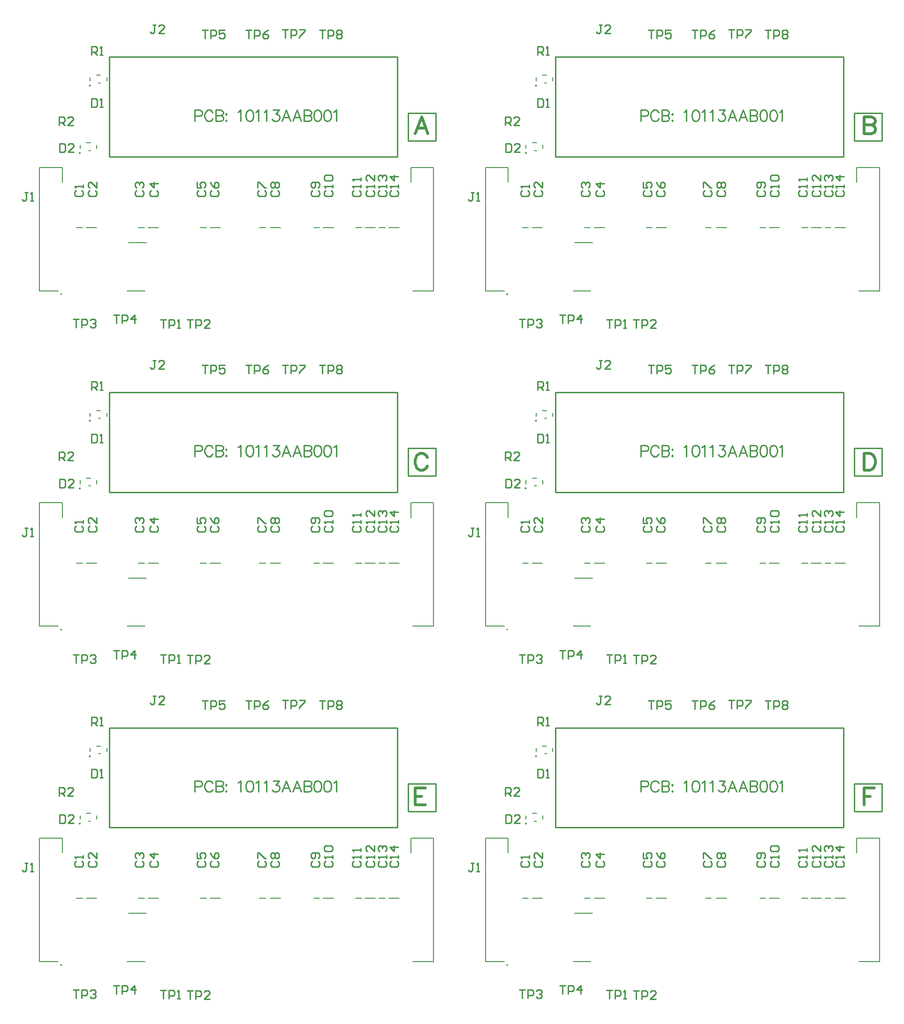
<source format=gto>
G04*
G04 #@! TF.GenerationSoftware,Altium Limited,Altium Designer,19.0.15 (446)*
G04*
G04 Layer_Color=65535*
%FSLAX43Y43*%
%MOMM*%
G71*
G01*
G75*
%ADD18C,0.254*%
%ADD27C,0.508*%
%ADD28C,0.200*%
%ADD29C,0.152*%
%ADD30C,0.127*%
%ADD31C,0.150*%
D18*
X81000Y36000D02*
X86000D01*
Y41000D01*
X81000D02*
X86000D01*
X81000Y36000D02*
Y41000D01*
X27075Y33107D02*
Y51107D01*
X79075D01*
X27075Y33107D02*
X79075D01*
Y51107D01*
X42500Y40500D02*
X43357D01*
X43643Y40595D01*
X43738Y40690D01*
X43833Y40881D01*
Y41167D01*
X43738Y41357D01*
X43643Y41452D01*
X43357Y41547D01*
X42500D01*
Y39548D01*
X45709Y41071D02*
X45614Y41262D01*
X45423Y41452D01*
X45233Y41547D01*
X44852D01*
X44661Y41452D01*
X44471Y41262D01*
X44376Y41071D01*
X44281Y40786D01*
Y40310D01*
X44376Y40024D01*
X44471Y39834D01*
X44661Y39643D01*
X44852Y39548D01*
X45233D01*
X45423Y39643D01*
X45614Y39834D01*
X45709Y40024D01*
X46271Y41547D02*
Y39548D01*
Y41547D02*
X47128D01*
X47413Y41452D01*
X47508Y41357D01*
X47604Y41167D01*
Y40976D01*
X47508Y40786D01*
X47413Y40690D01*
X47128Y40595D01*
X46271D02*
X47128D01*
X47413Y40500D01*
X47508Y40405D01*
X47604Y40214D01*
Y39929D01*
X47508Y39738D01*
X47413Y39643D01*
X47128Y39548D01*
X46271D01*
X48146Y40881D02*
X48051Y40786D01*
X48146Y40690D01*
X48242Y40786D01*
X48146Y40881D01*
Y39738D02*
X48051Y39643D01*
X48146Y39548D01*
X48242Y39643D01*
X48146Y39738D01*
X50251Y41167D02*
X50441Y41262D01*
X50727Y41547D01*
Y39548D01*
X52288Y41547D02*
X52003Y41452D01*
X51812Y41167D01*
X51717Y40690D01*
Y40405D01*
X51812Y39929D01*
X52003Y39643D01*
X52288Y39548D01*
X52479D01*
X52764Y39643D01*
X52955Y39929D01*
X53050Y40405D01*
Y40690D01*
X52955Y41167D01*
X52764Y41452D01*
X52479Y41547D01*
X52288D01*
X53498Y41167D02*
X53688Y41262D01*
X53974Y41547D01*
Y39548D01*
X54964Y41167D02*
X55154Y41262D01*
X55440Y41547D01*
Y39548D01*
X56621Y41547D02*
X57668D01*
X57097Y40786D01*
X57383D01*
X57573Y40690D01*
X57668Y40595D01*
X57763Y40310D01*
Y40119D01*
X57668Y39834D01*
X57478Y39643D01*
X57192Y39548D01*
X56906D01*
X56621Y39643D01*
X56526Y39738D01*
X56430Y39929D01*
X59734Y39548D02*
X58973Y41547D01*
X58211Y39548D01*
X58497Y40214D02*
X59449D01*
X61724Y39548D02*
X60963Y41547D01*
X60201Y39548D01*
X60487Y40214D02*
X61439D01*
X62191Y41547D02*
Y39548D01*
Y41547D02*
X63048D01*
X63334Y41452D01*
X63429Y41357D01*
X63524Y41167D01*
Y40976D01*
X63429Y40786D01*
X63334Y40690D01*
X63048Y40595D01*
X62191D02*
X63048D01*
X63334Y40500D01*
X63429Y40405D01*
X63524Y40214D01*
Y39929D01*
X63429Y39738D01*
X63334Y39643D01*
X63048Y39548D01*
X62191D01*
X64543Y41547D02*
X64257Y41452D01*
X64067Y41167D01*
X63972Y40690D01*
Y40405D01*
X64067Y39929D01*
X64257Y39643D01*
X64543Y39548D01*
X64733D01*
X65019Y39643D01*
X65209Y39929D01*
X65305Y40405D01*
Y40690D01*
X65209Y41167D01*
X65019Y41452D01*
X64733Y41547D01*
X64543D01*
X66323D02*
X66038Y41452D01*
X65847Y41167D01*
X65752Y40690D01*
Y40405D01*
X65847Y39929D01*
X66038Y39643D01*
X66323Y39548D01*
X66514D01*
X66800Y39643D01*
X66990Y39929D01*
X67085Y40405D01*
Y40690D01*
X66990Y41167D01*
X66800Y41452D01*
X66514Y41547D01*
X66323D01*
X67533Y41167D02*
X67723Y41262D01*
X68009Y41547D01*
Y39548D01*
X64950Y55999D02*
X65966D01*
X65458D01*
Y54475D01*
X66474D02*
Y55999D01*
X67235D01*
X67489Y55745D01*
Y55237D01*
X67235Y54983D01*
X66474D01*
X67997Y55745D02*
X68251Y55999D01*
X68759D01*
X69013Y55745D01*
Y55491D01*
X68759Y55237D01*
X69013Y54983D01*
Y54729D01*
X68759Y54475D01*
X68251D01*
X67997Y54729D01*
Y54983D01*
X68251Y55237D01*
X67997Y55491D01*
Y55745D01*
X68251Y55237D02*
X68759D01*
X58300Y56049D02*
X59316D01*
X58808D01*
Y54525D01*
X59824D02*
Y56049D01*
X60585D01*
X60839Y55795D01*
Y55287D01*
X60585Y55033D01*
X59824D01*
X61347Y56049D02*
X62363D01*
Y55795D01*
X61347Y54779D01*
Y54525D01*
X51700Y55999D02*
X52716D01*
X52208D01*
Y54475D01*
X53224D02*
Y55999D01*
X53985D01*
X54239Y55745D01*
Y55237D01*
X53985Y54983D01*
X53224D01*
X55763Y55999D02*
X55255Y55745D01*
X54747Y55237D01*
Y54729D01*
X55001Y54475D01*
X55509D01*
X55763Y54729D01*
Y54983D01*
X55509Y55237D01*
X54747D01*
X43864Y55999D02*
X44880D01*
X44372D01*
Y54475D01*
X45388D02*
Y55999D01*
X46149D01*
X46403Y55745D01*
Y55237D01*
X46149Y54983D01*
X45388D01*
X47927Y55999D02*
X46911D01*
Y55237D01*
X47419Y55491D01*
X47673D01*
X47927Y55237D01*
Y54729D01*
X47673Y54475D01*
X47165D01*
X46911Y54729D01*
X27813Y4561D02*
X28829D01*
X28321D01*
Y3037D01*
X29337D02*
Y4561D01*
X30098D01*
X30352Y4307D01*
Y3799D01*
X30098Y3545D01*
X29337D01*
X31622Y3037D02*
Y4561D01*
X30860Y3799D01*
X31876D01*
X20541Y3809D02*
X21557D01*
X21049D01*
Y2286D01*
X22065D02*
Y3809D01*
X22826D01*
X23080Y3556D01*
Y3048D01*
X22826Y2794D01*
X22065D01*
X23588Y3556D02*
X23842Y3809D01*
X24350D01*
X24604Y3556D01*
Y3302D01*
X24350Y3048D01*
X24096D01*
X24350D01*
X24604Y2794D01*
Y2540D01*
X24350Y2286D01*
X23842D01*
X23588Y2540D01*
X41125Y3698D02*
X42141D01*
X41633D01*
Y2175D01*
X42649D02*
Y3698D01*
X43410D01*
X43664Y3445D01*
Y2937D01*
X43410Y2683D01*
X42649D01*
X45188Y2175D02*
X44172D01*
X45188Y3191D01*
Y3445D01*
X44934Y3698D01*
X44426D01*
X44172Y3445D01*
X36275Y3749D02*
X37291D01*
X36783D01*
Y2225D01*
X37799D02*
Y3749D01*
X38560D01*
X38814Y3495D01*
Y2987D01*
X38560Y2733D01*
X37799D01*
X39322Y2225D02*
X39830D01*
X39576D01*
Y3749D01*
X39322Y3495D01*
X23836Y51500D02*
Y53024D01*
X24597D01*
X24851Y52770D01*
Y52262D01*
X24597Y52008D01*
X23836D01*
X24343D02*
X24851Y51500D01*
X25359D02*
X25867D01*
X25613D01*
Y53024D01*
X25359Y52770D01*
X18025Y38816D02*
Y40340D01*
X18787D01*
X19041Y40086D01*
Y39578D01*
X18787Y39324D01*
X18025D01*
X18533D02*
X19041Y38816D01*
X20564D02*
X19549D01*
X20564Y39832D01*
Y40086D01*
X20310Y40340D01*
X19802D01*
X19549Y40086D01*
X35479Y56867D02*
X34971D01*
X35225D01*
Y55597D01*
X34971Y55343D01*
X34717D01*
X34463Y55597D01*
X37002Y55343D02*
X35987D01*
X37002Y56359D01*
Y56613D01*
X36748Y56867D01*
X36241D01*
X35987Y56613D01*
X12362Y26670D02*
X11854D01*
X12108D01*
Y25400D01*
X11854Y25146D01*
X11600D01*
X11346Y25400D01*
X12870Y25146D02*
X13377D01*
X13124D01*
Y26670D01*
X12870Y26416D01*
X18125Y35449D02*
Y33925D01*
X18887D01*
X19141Y34179D01*
Y35195D01*
X18887Y35449D01*
X18125D01*
X20664Y33925D02*
X19649D01*
X20664Y34941D01*
Y35195D01*
X20410Y35449D01*
X19902D01*
X19649Y35195D01*
X23823Y43599D02*
Y42075D01*
X24585D01*
X24838Y42329D01*
Y43345D01*
X24585Y43599D01*
X23823D01*
X25346Y42075D02*
X25854D01*
X25600D01*
Y43599D01*
X25346Y43345D01*
X23478Y27016D02*
X23224Y26762D01*
Y26254D01*
X23478Y26000D01*
X24494D01*
X24748Y26254D01*
Y26762D01*
X24494Y27016D01*
X24748Y28539D02*
Y27524D01*
X23732Y28539D01*
X23478D01*
X23224Y28285D01*
Y27777D01*
X23478Y27524D01*
X21030Y27016D02*
X20776Y26762D01*
Y26254D01*
X21030Y26000D01*
X22046D01*
X22300Y26254D01*
Y26762D01*
X22046Y27016D01*
X22300Y27524D02*
Y28031D01*
Y27777D01*
X20776D01*
X21030Y27524D01*
X77905Y27016D02*
X77651Y26762D01*
Y26254D01*
X77905Y26000D01*
X78921D01*
X79175Y26254D01*
Y26762D01*
X78921Y27016D01*
X79175Y27524D02*
Y28031D01*
Y27777D01*
X77651D01*
X77905Y27524D01*
X79175Y29555D02*
X77651D01*
X78413Y28793D01*
Y29809D01*
X75805Y27016D02*
X75551Y26762D01*
Y26254D01*
X75805Y26000D01*
X76821D01*
X77075Y26254D01*
Y26762D01*
X76821Y27016D01*
X77075Y27524D02*
Y28031D01*
Y27777D01*
X75551D01*
X75805Y27524D01*
Y28793D02*
X75551Y29047D01*
Y29555D01*
X75805Y29809D01*
X76059D01*
X76313Y29555D01*
Y29301D01*
Y29555D01*
X76567Y29809D01*
X76821D01*
X77075Y29555D01*
Y29047D01*
X76821Y28793D01*
X73655Y27016D02*
X73401Y26762D01*
Y26254D01*
X73655Y26000D01*
X74671D01*
X74925Y26254D01*
Y26762D01*
X74671Y27016D01*
X74925Y27524D02*
Y28031D01*
Y27777D01*
X73401D01*
X73655Y27524D01*
X74925Y29809D02*
Y28793D01*
X73909Y29809D01*
X73655D01*
X73401Y29555D01*
Y29047D01*
X73655Y28793D01*
X71205Y27016D02*
X70951Y26762D01*
Y26254D01*
X71205Y26000D01*
X72221D01*
X72475Y26254D01*
Y26762D01*
X72221Y27016D01*
X72475Y27524D02*
Y28031D01*
Y27777D01*
X70951D01*
X71205Y27524D01*
X72475Y28793D02*
Y29301D01*
Y29047D01*
X70951D01*
X71205Y28793D01*
X66105Y27016D02*
X65851Y26762D01*
Y26254D01*
X66105Y26000D01*
X67121D01*
X67375Y26254D01*
Y26762D01*
X67121Y27016D01*
X67375Y27524D02*
Y28031D01*
Y27777D01*
X65851D01*
X66105Y27524D01*
Y28793D02*
X65851Y29047D01*
Y29555D01*
X66105Y29809D01*
X67121D01*
X67375Y29555D01*
Y29047D01*
X67121Y28793D01*
X66105D01*
X63688Y27016D02*
X63435Y26762D01*
Y26254D01*
X63688Y26000D01*
X64704D01*
X64958Y26254D01*
Y26762D01*
X64704Y27016D01*
Y27524D02*
X64958Y27777D01*
Y28285D01*
X64704Y28539D01*
X63688D01*
X63435Y28285D01*
Y27777D01*
X63688Y27524D01*
X63942D01*
X64196Y27777D01*
Y28539D01*
X56430Y27016D02*
X56176Y26762D01*
Y26254D01*
X56430Y26000D01*
X57446D01*
X57700Y26254D01*
Y26762D01*
X57446Y27016D01*
X56430Y27524D02*
X56176Y27777D01*
Y28285D01*
X56430Y28539D01*
X56684D01*
X56938Y28285D01*
X57192Y28539D01*
X57446D01*
X57700Y28285D01*
Y27777D01*
X57446Y27524D01*
X57192D01*
X56938Y27777D01*
X56684Y27524D01*
X56430D01*
X56938Y27777D02*
Y28285D01*
X54030Y27016D02*
X53776Y26762D01*
Y26254D01*
X54030Y26000D01*
X55046D01*
X55300Y26254D01*
Y26762D01*
X55046Y27016D01*
X53776Y27524D02*
Y28539D01*
X54030D01*
X55046Y27524D01*
X55300D01*
X45530Y27016D02*
X45276Y26762D01*
Y26254D01*
X45530Y26000D01*
X46546D01*
X46800Y26254D01*
Y26762D01*
X46546Y27016D01*
X45276Y28539D02*
X45530Y28031D01*
X46038Y27524D01*
X46546D01*
X46800Y27777D01*
Y28285D01*
X46546Y28539D01*
X46292D01*
X46038Y28285D01*
Y27524D01*
X43180Y27016D02*
X42926Y26762D01*
Y26254D01*
X43180Y26000D01*
X44196D01*
X44450Y26254D01*
Y26762D01*
X44196Y27016D01*
X42926Y28539D02*
Y27524D01*
X43688D01*
X43434Y28031D01*
Y28285D01*
X43688Y28539D01*
X44196D01*
X44450Y28285D01*
Y27777D01*
X44196Y27524D01*
X34630Y27016D02*
X34376Y26762D01*
Y26254D01*
X34630Y26000D01*
X35646D01*
X35900Y26254D01*
Y26762D01*
X35646Y27016D01*
X35900Y28285D02*
X34376D01*
X35138Y27524D01*
Y28539D01*
X31980Y27016D02*
X31726Y26762D01*
Y26254D01*
X31980Y26000D01*
X32996D01*
X33250Y26254D01*
Y26762D01*
X32996Y27016D01*
X31980Y27524D02*
X31726Y27777D01*
Y28285D01*
X31980Y28539D01*
X32234D01*
X32488Y28285D01*
Y28031D01*
Y28285D01*
X32742Y28539D01*
X32996D01*
X33250Y28285D01*
Y27777D01*
X32996Y27524D01*
X161500Y36000D02*
X166500D01*
Y41000D01*
X161500D02*
X166500D01*
X161500Y36000D02*
Y41000D01*
X107575Y33107D02*
Y51107D01*
X159575D01*
X107575Y33107D02*
X159575D01*
Y51107D01*
X123000Y40500D02*
X123857D01*
X124143Y40595D01*
X124238Y40690D01*
X124333Y40881D01*
Y41167D01*
X124238Y41357D01*
X124143Y41452D01*
X123857Y41547D01*
X123000D01*
Y39548D01*
X126209Y41071D02*
X126114Y41262D01*
X125923Y41452D01*
X125733Y41547D01*
X125352D01*
X125161Y41452D01*
X124971Y41262D01*
X124876Y41071D01*
X124781Y40786D01*
Y40310D01*
X124876Y40024D01*
X124971Y39834D01*
X125161Y39643D01*
X125352Y39548D01*
X125733D01*
X125923Y39643D01*
X126114Y39834D01*
X126209Y40024D01*
X126771Y41547D02*
Y39548D01*
Y41547D02*
X127628D01*
X127913Y41452D01*
X128008Y41357D01*
X128104Y41167D01*
Y40976D01*
X128008Y40786D01*
X127913Y40690D01*
X127628Y40595D01*
X126771D02*
X127628D01*
X127913Y40500D01*
X128008Y40405D01*
X128104Y40214D01*
Y39929D01*
X128008Y39738D01*
X127913Y39643D01*
X127628Y39548D01*
X126771D01*
X128646Y40881D02*
X128551Y40786D01*
X128646Y40690D01*
X128742Y40786D01*
X128646Y40881D01*
Y39738D02*
X128551Y39643D01*
X128646Y39548D01*
X128742Y39643D01*
X128646Y39738D01*
X130751Y41167D02*
X130941Y41262D01*
X131227Y41547D01*
Y39548D01*
X132788Y41547D02*
X132503Y41452D01*
X132312Y41167D01*
X132217Y40690D01*
Y40405D01*
X132312Y39929D01*
X132503Y39643D01*
X132788Y39548D01*
X132979D01*
X133264Y39643D01*
X133455Y39929D01*
X133550Y40405D01*
Y40690D01*
X133455Y41167D01*
X133264Y41452D01*
X132979Y41547D01*
X132788D01*
X133998Y41167D02*
X134188Y41262D01*
X134474Y41547D01*
Y39548D01*
X135464Y41167D02*
X135654Y41262D01*
X135940Y41547D01*
Y39548D01*
X137121Y41547D02*
X138168D01*
X137597Y40786D01*
X137883D01*
X138073Y40690D01*
X138168Y40595D01*
X138263Y40310D01*
Y40119D01*
X138168Y39834D01*
X137978Y39643D01*
X137692Y39548D01*
X137406D01*
X137121Y39643D01*
X137026Y39738D01*
X136930Y39929D01*
X140234Y39548D02*
X139473Y41547D01*
X138711Y39548D01*
X138997Y40214D02*
X139949D01*
X142224Y39548D02*
X141463Y41547D01*
X140701Y39548D01*
X140987Y40214D02*
X141939D01*
X142691Y41547D02*
Y39548D01*
Y41547D02*
X143548D01*
X143834Y41452D01*
X143929Y41357D01*
X144024Y41167D01*
Y40976D01*
X143929Y40786D01*
X143834Y40690D01*
X143548Y40595D01*
X142691D02*
X143548D01*
X143834Y40500D01*
X143929Y40405D01*
X144024Y40214D01*
Y39929D01*
X143929Y39738D01*
X143834Y39643D01*
X143548Y39548D01*
X142691D01*
X145043Y41547D02*
X144757Y41452D01*
X144567Y41167D01*
X144472Y40690D01*
Y40405D01*
X144567Y39929D01*
X144757Y39643D01*
X145043Y39548D01*
X145233D01*
X145519Y39643D01*
X145709Y39929D01*
X145805Y40405D01*
Y40690D01*
X145709Y41167D01*
X145519Y41452D01*
X145233Y41547D01*
X145043D01*
X146823D02*
X146538Y41452D01*
X146347Y41167D01*
X146252Y40690D01*
Y40405D01*
X146347Y39929D01*
X146538Y39643D01*
X146823Y39548D01*
X147014D01*
X147300Y39643D01*
X147490Y39929D01*
X147585Y40405D01*
Y40690D01*
X147490Y41167D01*
X147300Y41452D01*
X147014Y41547D01*
X146823D01*
X148033Y41167D02*
X148223Y41262D01*
X148509Y41547D01*
Y39548D01*
X145450Y55999D02*
X146466D01*
X145958D01*
Y54475D01*
X146974D02*
Y55999D01*
X147735D01*
X147989Y55745D01*
Y55237D01*
X147735Y54983D01*
X146974D01*
X148497Y55745D02*
X148751Y55999D01*
X149259D01*
X149513Y55745D01*
Y55491D01*
X149259Y55237D01*
X149513Y54983D01*
Y54729D01*
X149259Y54475D01*
X148751D01*
X148497Y54729D01*
Y54983D01*
X148751Y55237D01*
X148497Y55491D01*
Y55745D01*
X148751Y55237D02*
X149259D01*
X138800Y56049D02*
X139816D01*
X139308D01*
Y54525D01*
X140324D02*
Y56049D01*
X141085D01*
X141339Y55795D01*
Y55287D01*
X141085Y55033D01*
X140324D01*
X141847Y56049D02*
X142863D01*
Y55795D01*
X141847Y54779D01*
Y54525D01*
X132200Y55999D02*
X133216D01*
X132708D01*
Y54475D01*
X133724D02*
Y55999D01*
X134485D01*
X134739Y55745D01*
Y55237D01*
X134485Y54983D01*
X133724D01*
X136263Y55999D02*
X135755Y55745D01*
X135247Y55237D01*
Y54729D01*
X135501Y54475D01*
X136009D01*
X136263Y54729D01*
Y54983D01*
X136009Y55237D01*
X135247D01*
X124364Y55999D02*
X125380D01*
X124872D01*
Y54475D01*
X125888D02*
Y55999D01*
X126649D01*
X126903Y55745D01*
Y55237D01*
X126649Y54983D01*
X125888D01*
X128427Y55999D02*
X127411D01*
Y55237D01*
X127919Y55491D01*
X128173D01*
X128427Y55237D01*
Y54729D01*
X128173Y54475D01*
X127665D01*
X127411Y54729D01*
X108313Y4561D02*
X109329D01*
X108821D01*
Y3037D01*
X109837D02*
Y4561D01*
X110598D01*
X110852Y4307D01*
Y3799D01*
X110598Y3545D01*
X109837D01*
X112122Y3037D02*
Y4561D01*
X111360Y3799D01*
X112376D01*
X101041Y3809D02*
X102057D01*
X101549D01*
Y2286D01*
X102565D02*
Y3809D01*
X103326D01*
X103580Y3556D01*
Y3048D01*
X103326Y2794D01*
X102565D01*
X104088Y3556D02*
X104342Y3809D01*
X104850D01*
X105104Y3556D01*
Y3302D01*
X104850Y3048D01*
X104596D01*
X104850D01*
X105104Y2794D01*
Y2540D01*
X104850Y2286D01*
X104342D01*
X104088Y2540D01*
X121625Y3698D02*
X122641D01*
X122133D01*
Y2175D01*
X123149D02*
Y3698D01*
X123910D01*
X124164Y3445D01*
Y2937D01*
X123910Y2683D01*
X123149D01*
X125688Y2175D02*
X124672D01*
X125688Y3191D01*
Y3445D01*
X125434Y3698D01*
X124926D01*
X124672Y3445D01*
X116775Y3749D02*
X117791D01*
X117283D01*
Y2225D01*
X118299D02*
Y3749D01*
X119060D01*
X119314Y3495D01*
Y2987D01*
X119060Y2733D01*
X118299D01*
X119822Y2225D02*
X120330D01*
X120076D01*
Y3749D01*
X119822Y3495D01*
X104336Y51500D02*
Y53024D01*
X105097D01*
X105351Y52770D01*
Y52262D01*
X105097Y52008D01*
X104336D01*
X104843D02*
X105351Y51500D01*
X105859D02*
X106367D01*
X106113D01*
Y53024D01*
X105859Y52770D01*
X98525Y38816D02*
Y40340D01*
X99287D01*
X99541Y40086D01*
Y39578D01*
X99287Y39324D01*
X98525D01*
X99033D02*
X99541Y38816D01*
X101064D02*
X100049D01*
X101064Y39832D01*
Y40086D01*
X100810Y40340D01*
X100302D01*
X100049Y40086D01*
X115979Y56867D02*
X115471D01*
X115725D01*
Y55597D01*
X115471Y55343D01*
X115217D01*
X114963Y55597D01*
X117502Y55343D02*
X116487D01*
X117502Y56359D01*
Y56613D01*
X117248Y56867D01*
X116741D01*
X116487Y56613D01*
X92862Y26670D02*
X92354D01*
X92608D01*
Y25400D01*
X92354Y25146D01*
X92100D01*
X91846Y25400D01*
X93370Y25146D02*
X93877D01*
X93624D01*
Y26670D01*
X93370Y26416D01*
X98625Y35449D02*
Y33925D01*
X99387D01*
X99641Y34179D01*
Y35195D01*
X99387Y35449D01*
X98625D01*
X101164Y33925D02*
X100149D01*
X101164Y34941D01*
Y35195D01*
X100910Y35449D01*
X100402D01*
X100149Y35195D01*
X104323Y43599D02*
Y42075D01*
X105085D01*
X105338Y42329D01*
Y43345D01*
X105085Y43599D01*
X104323D01*
X105846Y42075D02*
X106354D01*
X106100D01*
Y43599D01*
X105846Y43345D01*
X103978Y27016D02*
X103724Y26762D01*
Y26254D01*
X103978Y26000D01*
X104994D01*
X105248Y26254D01*
Y26762D01*
X104994Y27016D01*
X105248Y28539D02*
Y27524D01*
X104232Y28539D01*
X103978D01*
X103724Y28285D01*
Y27777D01*
X103978Y27524D01*
X101530Y27016D02*
X101276Y26762D01*
Y26254D01*
X101530Y26000D01*
X102546D01*
X102800Y26254D01*
Y26762D01*
X102546Y27016D01*
X102800Y27524D02*
Y28031D01*
Y27777D01*
X101276D01*
X101530Y27524D01*
X158405Y27016D02*
X158151Y26762D01*
Y26254D01*
X158405Y26000D01*
X159421D01*
X159675Y26254D01*
Y26762D01*
X159421Y27016D01*
X159675Y27524D02*
Y28031D01*
Y27777D01*
X158151D01*
X158405Y27524D01*
X159675Y29555D02*
X158151D01*
X158913Y28793D01*
Y29809D01*
X156305Y27016D02*
X156051Y26762D01*
Y26254D01*
X156305Y26000D01*
X157321D01*
X157575Y26254D01*
Y26762D01*
X157321Y27016D01*
X157575Y27524D02*
Y28031D01*
Y27777D01*
X156051D01*
X156305Y27524D01*
Y28793D02*
X156051Y29047D01*
Y29555D01*
X156305Y29809D01*
X156559D01*
X156813Y29555D01*
Y29301D01*
Y29555D01*
X157067Y29809D01*
X157321D01*
X157575Y29555D01*
Y29047D01*
X157321Y28793D01*
X154155Y27016D02*
X153901Y26762D01*
Y26254D01*
X154155Y26000D01*
X155171D01*
X155425Y26254D01*
Y26762D01*
X155171Y27016D01*
X155425Y27524D02*
Y28031D01*
Y27777D01*
X153901D01*
X154155Y27524D01*
X155425Y29809D02*
Y28793D01*
X154409Y29809D01*
X154155D01*
X153901Y29555D01*
Y29047D01*
X154155Y28793D01*
X151705Y27016D02*
X151451Y26762D01*
Y26254D01*
X151705Y26000D01*
X152721D01*
X152975Y26254D01*
Y26762D01*
X152721Y27016D01*
X152975Y27524D02*
Y28031D01*
Y27777D01*
X151451D01*
X151705Y27524D01*
X152975Y28793D02*
Y29301D01*
Y29047D01*
X151451D01*
X151705Y28793D01*
X146605Y27016D02*
X146351Y26762D01*
Y26254D01*
X146605Y26000D01*
X147621D01*
X147875Y26254D01*
Y26762D01*
X147621Y27016D01*
X147875Y27524D02*
Y28031D01*
Y27777D01*
X146351D01*
X146605Y27524D01*
Y28793D02*
X146351Y29047D01*
Y29555D01*
X146605Y29809D01*
X147621D01*
X147875Y29555D01*
Y29047D01*
X147621Y28793D01*
X146605D01*
X144188Y27016D02*
X143935Y26762D01*
Y26254D01*
X144188Y26000D01*
X145204D01*
X145458Y26254D01*
Y26762D01*
X145204Y27016D01*
Y27524D02*
X145458Y27777D01*
Y28285D01*
X145204Y28539D01*
X144188D01*
X143935Y28285D01*
Y27777D01*
X144188Y27524D01*
X144442D01*
X144696Y27777D01*
Y28539D01*
X136930Y27016D02*
X136676Y26762D01*
Y26254D01*
X136930Y26000D01*
X137946D01*
X138200Y26254D01*
Y26762D01*
X137946Y27016D01*
X136930Y27524D02*
X136676Y27777D01*
Y28285D01*
X136930Y28539D01*
X137184D01*
X137438Y28285D01*
X137692Y28539D01*
X137946D01*
X138200Y28285D01*
Y27777D01*
X137946Y27524D01*
X137692D01*
X137438Y27777D01*
X137184Y27524D01*
X136930D01*
X137438Y27777D02*
Y28285D01*
X134530Y27016D02*
X134276Y26762D01*
Y26254D01*
X134530Y26000D01*
X135546D01*
X135800Y26254D01*
Y26762D01*
X135546Y27016D01*
X134276Y27524D02*
Y28539D01*
X134530D01*
X135546Y27524D01*
X135800D01*
X126030Y27016D02*
X125776Y26762D01*
Y26254D01*
X126030Y26000D01*
X127046D01*
X127300Y26254D01*
Y26762D01*
X127046Y27016D01*
X125776Y28539D02*
X126030Y28031D01*
X126538Y27524D01*
X127046D01*
X127300Y27777D01*
Y28285D01*
X127046Y28539D01*
X126792D01*
X126538Y28285D01*
Y27524D01*
X123680Y27016D02*
X123426Y26762D01*
Y26254D01*
X123680Y26000D01*
X124696D01*
X124950Y26254D01*
Y26762D01*
X124696Y27016D01*
X123426Y28539D02*
Y27524D01*
X124188D01*
X123934Y28031D01*
Y28285D01*
X124188Y28539D01*
X124696D01*
X124950Y28285D01*
Y27777D01*
X124696Y27524D01*
X115130Y27016D02*
X114876Y26762D01*
Y26254D01*
X115130Y26000D01*
X116146D01*
X116400Y26254D01*
Y26762D01*
X116146Y27016D01*
X116400Y28285D02*
X114876D01*
X115638Y27524D01*
Y28539D01*
X112480Y27016D02*
X112226Y26762D01*
Y26254D01*
X112480Y26000D01*
X113496D01*
X113750Y26254D01*
Y26762D01*
X113496Y27016D01*
X112480Y27524D02*
X112226Y27777D01*
Y28285D01*
X112480Y28539D01*
X112734D01*
X112988Y28285D01*
Y28031D01*
Y28285D01*
X113242Y28539D01*
X113496D01*
X113750Y28285D01*
Y27777D01*
X113496Y27524D01*
X81000Y96500D02*
X86000D01*
Y101500D01*
X81000D02*
X86000D01*
X81000Y96500D02*
Y101500D01*
X27075Y93607D02*
Y111607D01*
X79075D01*
X27075Y93607D02*
X79075D01*
Y111607D01*
X42500Y101000D02*
X43357D01*
X43643Y101095D01*
X43738Y101190D01*
X43833Y101381D01*
Y101667D01*
X43738Y101857D01*
X43643Y101952D01*
X43357Y102047D01*
X42500D01*
Y100048D01*
X45709Y101571D02*
X45614Y101762D01*
X45423Y101952D01*
X45233Y102047D01*
X44852D01*
X44661Y101952D01*
X44471Y101762D01*
X44376Y101571D01*
X44281Y101286D01*
Y100810D01*
X44376Y100524D01*
X44471Y100334D01*
X44661Y100143D01*
X44852Y100048D01*
X45233D01*
X45423Y100143D01*
X45614Y100334D01*
X45709Y100524D01*
X46271Y102047D02*
Y100048D01*
Y102047D02*
X47128D01*
X47413Y101952D01*
X47508Y101857D01*
X47604Y101667D01*
Y101476D01*
X47508Y101286D01*
X47413Y101190D01*
X47128Y101095D01*
X46271D02*
X47128D01*
X47413Y101000D01*
X47508Y100905D01*
X47604Y100714D01*
Y100429D01*
X47508Y100238D01*
X47413Y100143D01*
X47128Y100048D01*
X46271D01*
X48146Y101381D02*
X48051Y101286D01*
X48146Y101190D01*
X48242Y101286D01*
X48146Y101381D01*
Y100238D02*
X48051Y100143D01*
X48146Y100048D01*
X48242Y100143D01*
X48146Y100238D01*
X50251Y101667D02*
X50441Y101762D01*
X50727Y102047D01*
Y100048D01*
X52288Y102047D02*
X52003Y101952D01*
X51812Y101667D01*
X51717Y101190D01*
Y100905D01*
X51812Y100429D01*
X52003Y100143D01*
X52288Y100048D01*
X52479D01*
X52764Y100143D01*
X52955Y100429D01*
X53050Y100905D01*
Y101190D01*
X52955Y101667D01*
X52764Y101952D01*
X52479Y102047D01*
X52288D01*
X53498Y101667D02*
X53688Y101762D01*
X53974Y102047D01*
Y100048D01*
X54964Y101667D02*
X55154Y101762D01*
X55440Y102047D01*
Y100048D01*
X56621Y102047D02*
X57668D01*
X57097Y101286D01*
X57383D01*
X57573Y101190D01*
X57668Y101095D01*
X57763Y100810D01*
Y100619D01*
X57668Y100334D01*
X57478Y100143D01*
X57192Y100048D01*
X56906D01*
X56621Y100143D01*
X56526Y100238D01*
X56430Y100429D01*
X59734Y100048D02*
X58973Y102047D01*
X58211Y100048D01*
X58497Y100714D02*
X59449D01*
X61724Y100048D02*
X60963Y102047D01*
X60201Y100048D01*
X60487Y100714D02*
X61439D01*
X62191Y102047D02*
Y100048D01*
Y102047D02*
X63048D01*
X63334Y101952D01*
X63429Y101857D01*
X63524Y101667D01*
Y101476D01*
X63429Y101286D01*
X63334Y101190D01*
X63048Y101095D01*
X62191D02*
X63048D01*
X63334Y101000D01*
X63429Y100905D01*
X63524Y100714D01*
Y100429D01*
X63429Y100238D01*
X63334Y100143D01*
X63048Y100048D01*
X62191D01*
X64543Y102047D02*
X64257Y101952D01*
X64067Y101667D01*
X63972Y101190D01*
Y100905D01*
X64067Y100429D01*
X64257Y100143D01*
X64543Y100048D01*
X64733D01*
X65019Y100143D01*
X65209Y100429D01*
X65305Y100905D01*
Y101190D01*
X65209Y101667D01*
X65019Y101952D01*
X64733Y102047D01*
X64543D01*
X66323D02*
X66038Y101952D01*
X65847Y101667D01*
X65752Y101190D01*
Y100905D01*
X65847Y100429D01*
X66038Y100143D01*
X66323Y100048D01*
X66514D01*
X66800Y100143D01*
X66990Y100429D01*
X67085Y100905D01*
Y101190D01*
X66990Y101667D01*
X66800Y101952D01*
X66514Y102047D01*
X66323D01*
X67533Y101667D02*
X67723Y101762D01*
X68009Y102047D01*
Y100048D01*
X64950Y116498D02*
X65966D01*
X65458D01*
Y114975D01*
X66474D02*
Y116498D01*
X67235D01*
X67489Y116245D01*
Y115737D01*
X67235Y115483D01*
X66474D01*
X67997Y116245D02*
X68251Y116498D01*
X68759D01*
X69013Y116245D01*
Y115991D01*
X68759Y115737D01*
X69013Y115483D01*
Y115229D01*
X68759Y114975D01*
X68251D01*
X67997Y115229D01*
Y115483D01*
X68251Y115737D01*
X67997Y115991D01*
Y116245D01*
X68251Y115737D02*
X68759D01*
X58300Y116549D02*
X59316D01*
X58808D01*
Y115025D01*
X59824D02*
Y116549D01*
X60585D01*
X60839Y116295D01*
Y115787D01*
X60585Y115533D01*
X59824D01*
X61347Y116549D02*
X62363D01*
Y116295D01*
X61347Y115279D01*
Y115025D01*
X51700Y116498D02*
X52716D01*
X52208D01*
Y114975D01*
X53224D02*
Y116498D01*
X53985D01*
X54239Y116245D01*
Y115737D01*
X53985Y115483D01*
X53224D01*
X55763Y116498D02*
X55255Y116245D01*
X54747Y115737D01*
Y115229D01*
X55001Y114975D01*
X55509D01*
X55763Y115229D01*
Y115483D01*
X55509Y115737D01*
X54747D01*
X43864Y116498D02*
X44880D01*
X44372D01*
Y114975D01*
X45388D02*
Y116498D01*
X46149D01*
X46403Y116245D01*
Y115737D01*
X46149Y115483D01*
X45388D01*
X47927Y116498D02*
X46911D01*
Y115737D01*
X47419Y115991D01*
X47673D01*
X47927Y115737D01*
Y115229D01*
X47673Y114975D01*
X47165D01*
X46911Y115229D01*
X27813Y65061D02*
X28829D01*
X28321D01*
Y63537D01*
X29337D02*
Y65061D01*
X30098D01*
X30352Y64807D01*
Y64299D01*
X30098Y64045D01*
X29337D01*
X31622Y63537D02*
Y65061D01*
X30860Y64299D01*
X31876D01*
X20541Y64310D02*
X21557D01*
X21049D01*
Y62786D01*
X22065D02*
Y64310D01*
X22826D01*
X23080Y64056D01*
Y63548D01*
X22826Y63294D01*
X22065D01*
X23588Y64056D02*
X23842Y64310D01*
X24350D01*
X24604Y64056D01*
Y63802D01*
X24350Y63548D01*
X24096D01*
X24350D01*
X24604Y63294D01*
Y63040D01*
X24350Y62786D01*
X23842D01*
X23588Y63040D01*
X41125Y64199D02*
X42141D01*
X41633D01*
Y62675D01*
X42649D02*
Y64199D01*
X43410D01*
X43664Y63945D01*
Y63437D01*
X43410Y63183D01*
X42649D01*
X45188Y62675D02*
X44172D01*
X45188Y63691D01*
Y63945D01*
X44934Y64199D01*
X44426D01*
X44172Y63945D01*
X36275Y64248D02*
X37291D01*
X36783D01*
Y62725D01*
X37799D02*
Y64248D01*
X38560D01*
X38814Y63995D01*
Y63487D01*
X38560Y63233D01*
X37799D01*
X39322Y62725D02*
X39830D01*
X39576D01*
Y64248D01*
X39322Y63995D01*
X23836Y112000D02*
Y113524D01*
X24597D01*
X24851Y113270D01*
Y112762D01*
X24597Y112508D01*
X23836D01*
X24343D02*
X24851Y112000D01*
X25359D02*
X25867D01*
X25613D01*
Y113524D01*
X25359Y113270D01*
X18025Y99316D02*
Y100840D01*
X18787D01*
X19041Y100586D01*
Y100078D01*
X18787Y99824D01*
X18025D01*
X18533D02*
X19041Y99316D01*
X20564D02*
X19549D01*
X20564Y100332D01*
Y100586D01*
X20310Y100840D01*
X19802D01*
X19549Y100586D01*
X35479Y117367D02*
X34971D01*
X35225D01*
Y116097D01*
X34971Y115843D01*
X34717D01*
X34463Y116097D01*
X37002Y115843D02*
X35987D01*
X37002Y116859D01*
Y117113D01*
X36748Y117367D01*
X36241D01*
X35987Y117113D01*
X12362Y87170D02*
X11854D01*
X12108D01*
Y85900D01*
X11854Y85646D01*
X11600D01*
X11346Y85900D01*
X12870Y85646D02*
X13377D01*
X13124D01*
Y87170D01*
X12870Y86916D01*
X18125Y95949D02*
Y94425D01*
X18887D01*
X19141Y94679D01*
Y95695D01*
X18887Y95949D01*
X18125D01*
X20664Y94425D02*
X19649D01*
X20664Y95441D01*
Y95695D01*
X20410Y95949D01*
X19902D01*
X19649Y95695D01*
X23823Y104099D02*
Y102575D01*
X24585D01*
X24838Y102829D01*
Y103845D01*
X24585Y104099D01*
X23823D01*
X25346Y102575D02*
X25854D01*
X25600D01*
Y104099D01*
X25346Y103845D01*
X23478Y87516D02*
X23224Y87262D01*
Y86754D01*
X23478Y86500D01*
X24494D01*
X24748Y86754D01*
Y87262D01*
X24494Y87516D01*
X24748Y89039D02*
Y88023D01*
X23732Y89039D01*
X23478D01*
X23224Y88785D01*
Y88277D01*
X23478Y88023D01*
X21030Y87516D02*
X20776Y87262D01*
Y86754D01*
X21030Y86500D01*
X22046D01*
X22300Y86754D01*
Y87262D01*
X22046Y87516D01*
X22300Y88023D02*
Y88531D01*
Y88277D01*
X20776D01*
X21030Y88023D01*
X77905Y87516D02*
X77651Y87262D01*
Y86754D01*
X77905Y86500D01*
X78921D01*
X79175Y86754D01*
Y87262D01*
X78921Y87516D01*
X79175Y88023D02*
Y88531D01*
Y88277D01*
X77651D01*
X77905Y88023D01*
X79175Y90055D02*
X77651D01*
X78413Y89293D01*
Y90309D01*
X75805Y87516D02*
X75551Y87262D01*
Y86754D01*
X75805Y86500D01*
X76821D01*
X77075Y86754D01*
Y87262D01*
X76821Y87516D01*
X77075Y88023D02*
Y88531D01*
Y88277D01*
X75551D01*
X75805Y88023D01*
Y89293D02*
X75551Y89547D01*
Y90055D01*
X75805Y90309D01*
X76059D01*
X76313Y90055D01*
Y89801D01*
Y90055D01*
X76567Y90309D01*
X76821D01*
X77075Y90055D01*
Y89547D01*
X76821Y89293D01*
X73655Y87516D02*
X73401Y87262D01*
Y86754D01*
X73655Y86500D01*
X74671D01*
X74925Y86754D01*
Y87262D01*
X74671Y87516D01*
X74925Y88023D02*
Y88531D01*
Y88277D01*
X73401D01*
X73655Y88023D01*
X74925Y90309D02*
Y89293D01*
X73909Y90309D01*
X73655D01*
X73401Y90055D01*
Y89547D01*
X73655Y89293D01*
X71205Y87516D02*
X70951Y87262D01*
Y86754D01*
X71205Y86500D01*
X72221D01*
X72475Y86754D01*
Y87262D01*
X72221Y87516D01*
X72475Y88023D02*
Y88531D01*
Y88277D01*
X70951D01*
X71205Y88023D01*
X72475Y89293D02*
Y89801D01*
Y89547D01*
X70951D01*
X71205Y89293D01*
X66105Y87516D02*
X65851Y87262D01*
Y86754D01*
X66105Y86500D01*
X67121D01*
X67375Y86754D01*
Y87262D01*
X67121Y87516D01*
X67375Y88023D02*
Y88531D01*
Y88277D01*
X65851D01*
X66105Y88023D01*
Y89293D02*
X65851Y89547D01*
Y90055D01*
X66105Y90309D01*
X67121D01*
X67375Y90055D01*
Y89547D01*
X67121Y89293D01*
X66105D01*
X63688Y87516D02*
X63435Y87262D01*
Y86754D01*
X63688Y86500D01*
X64704D01*
X64958Y86754D01*
Y87262D01*
X64704Y87516D01*
Y88023D02*
X64958Y88277D01*
Y88785D01*
X64704Y89039D01*
X63688D01*
X63435Y88785D01*
Y88277D01*
X63688Y88023D01*
X63942D01*
X64196Y88277D01*
Y89039D01*
X56430Y87516D02*
X56176Y87262D01*
Y86754D01*
X56430Y86500D01*
X57446D01*
X57700Y86754D01*
Y87262D01*
X57446Y87516D01*
X56430Y88023D02*
X56176Y88277D01*
Y88785D01*
X56430Y89039D01*
X56684D01*
X56938Y88785D01*
X57192Y89039D01*
X57446D01*
X57700Y88785D01*
Y88277D01*
X57446Y88023D01*
X57192D01*
X56938Y88277D01*
X56684Y88023D01*
X56430D01*
X56938Y88277D02*
Y88785D01*
X54030Y87516D02*
X53776Y87262D01*
Y86754D01*
X54030Y86500D01*
X55046D01*
X55300Y86754D01*
Y87262D01*
X55046Y87516D01*
X53776Y88023D02*
Y89039D01*
X54030D01*
X55046Y88023D01*
X55300D01*
X45530Y87516D02*
X45276Y87262D01*
Y86754D01*
X45530Y86500D01*
X46546D01*
X46800Y86754D01*
Y87262D01*
X46546Y87516D01*
X45276Y89039D02*
X45530Y88531D01*
X46038Y88023D01*
X46546D01*
X46800Y88277D01*
Y88785D01*
X46546Y89039D01*
X46292D01*
X46038Y88785D01*
Y88023D01*
X43180Y87516D02*
X42926Y87262D01*
Y86754D01*
X43180Y86500D01*
X44196D01*
X44450Y86754D01*
Y87262D01*
X44196Y87516D01*
X42926Y89039D02*
Y88023D01*
X43688D01*
X43434Y88531D01*
Y88785D01*
X43688Y89039D01*
X44196D01*
X44450Y88785D01*
Y88277D01*
X44196Y88023D01*
X34630Y87516D02*
X34376Y87262D01*
Y86754D01*
X34630Y86500D01*
X35646D01*
X35900Y86754D01*
Y87262D01*
X35646Y87516D01*
X35900Y88785D02*
X34376D01*
X35138Y88023D01*
Y89039D01*
X31980Y87516D02*
X31726Y87262D01*
Y86754D01*
X31980Y86500D01*
X32996D01*
X33250Y86754D01*
Y87262D01*
X32996Y87516D01*
X31980Y88023D02*
X31726Y88277D01*
Y88785D01*
X31980Y89039D01*
X32234D01*
X32488Y88785D01*
Y88531D01*
Y88785D01*
X32742Y89039D01*
X32996D01*
X33250Y88785D01*
Y88277D01*
X32996Y88023D01*
X161500Y96500D02*
X166500D01*
Y101500D01*
X161500D02*
X166500D01*
X161500Y96500D02*
Y101500D01*
X107575Y93607D02*
Y111607D01*
X159575D01*
X107575Y93607D02*
X159575D01*
Y111607D01*
X123000Y101000D02*
X123857D01*
X124143Y101095D01*
X124238Y101190D01*
X124333Y101381D01*
Y101667D01*
X124238Y101857D01*
X124143Y101952D01*
X123857Y102047D01*
X123000D01*
Y100048D01*
X126209Y101571D02*
X126114Y101762D01*
X125923Y101952D01*
X125733Y102047D01*
X125352D01*
X125161Y101952D01*
X124971Y101762D01*
X124876Y101571D01*
X124781Y101286D01*
Y100810D01*
X124876Y100524D01*
X124971Y100334D01*
X125161Y100143D01*
X125352Y100048D01*
X125733D01*
X125923Y100143D01*
X126114Y100334D01*
X126209Y100524D01*
X126771Y102047D02*
Y100048D01*
Y102047D02*
X127628D01*
X127913Y101952D01*
X128008Y101857D01*
X128104Y101667D01*
Y101476D01*
X128008Y101286D01*
X127913Y101190D01*
X127628Y101095D01*
X126771D02*
X127628D01*
X127913Y101000D01*
X128008Y100905D01*
X128104Y100714D01*
Y100429D01*
X128008Y100238D01*
X127913Y100143D01*
X127628Y100048D01*
X126771D01*
X128646Y101381D02*
X128551Y101286D01*
X128646Y101190D01*
X128742Y101286D01*
X128646Y101381D01*
Y100238D02*
X128551Y100143D01*
X128646Y100048D01*
X128742Y100143D01*
X128646Y100238D01*
X130751Y101667D02*
X130941Y101762D01*
X131227Y102047D01*
Y100048D01*
X132788Y102047D02*
X132503Y101952D01*
X132312Y101667D01*
X132217Y101190D01*
Y100905D01*
X132312Y100429D01*
X132503Y100143D01*
X132788Y100048D01*
X132979D01*
X133264Y100143D01*
X133455Y100429D01*
X133550Y100905D01*
Y101190D01*
X133455Y101667D01*
X133264Y101952D01*
X132979Y102047D01*
X132788D01*
X133998Y101667D02*
X134188Y101762D01*
X134474Y102047D01*
Y100048D01*
X135464Y101667D02*
X135654Y101762D01*
X135940Y102047D01*
Y100048D01*
X137121Y102047D02*
X138168D01*
X137597Y101286D01*
X137883D01*
X138073Y101190D01*
X138168Y101095D01*
X138263Y100810D01*
Y100619D01*
X138168Y100334D01*
X137978Y100143D01*
X137692Y100048D01*
X137406D01*
X137121Y100143D01*
X137026Y100238D01*
X136930Y100429D01*
X140234Y100048D02*
X139473Y102047D01*
X138711Y100048D01*
X138997Y100714D02*
X139949D01*
X142224Y100048D02*
X141463Y102047D01*
X140701Y100048D01*
X140987Y100714D02*
X141939D01*
X142691Y102047D02*
Y100048D01*
Y102047D02*
X143548D01*
X143834Y101952D01*
X143929Y101857D01*
X144024Y101667D01*
Y101476D01*
X143929Y101286D01*
X143834Y101190D01*
X143548Y101095D01*
X142691D02*
X143548D01*
X143834Y101000D01*
X143929Y100905D01*
X144024Y100714D01*
Y100429D01*
X143929Y100238D01*
X143834Y100143D01*
X143548Y100048D01*
X142691D01*
X145043Y102047D02*
X144757Y101952D01*
X144567Y101667D01*
X144472Y101190D01*
Y100905D01*
X144567Y100429D01*
X144757Y100143D01*
X145043Y100048D01*
X145233D01*
X145519Y100143D01*
X145709Y100429D01*
X145805Y100905D01*
Y101190D01*
X145709Y101667D01*
X145519Y101952D01*
X145233Y102047D01*
X145043D01*
X146823D02*
X146538Y101952D01*
X146347Y101667D01*
X146252Y101190D01*
Y100905D01*
X146347Y100429D01*
X146538Y100143D01*
X146823Y100048D01*
X147014D01*
X147300Y100143D01*
X147490Y100429D01*
X147585Y100905D01*
Y101190D01*
X147490Y101667D01*
X147300Y101952D01*
X147014Y102047D01*
X146823D01*
X148033Y101667D02*
X148223Y101762D01*
X148509Y102047D01*
Y100048D01*
X145450Y116498D02*
X146466D01*
X145958D01*
Y114975D01*
X146974D02*
Y116498D01*
X147735D01*
X147989Y116245D01*
Y115737D01*
X147735Y115483D01*
X146974D01*
X148497Y116245D02*
X148751Y116498D01*
X149259D01*
X149513Y116245D01*
Y115991D01*
X149259Y115737D01*
X149513Y115483D01*
Y115229D01*
X149259Y114975D01*
X148751D01*
X148497Y115229D01*
Y115483D01*
X148751Y115737D01*
X148497Y115991D01*
Y116245D01*
X148751Y115737D02*
X149259D01*
X138800Y116549D02*
X139816D01*
X139308D01*
Y115025D01*
X140324D02*
Y116549D01*
X141085D01*
X141339Y116295D01*
Y115787D01*
X141085Y115533D01*
X140324D01*
X141847Y116549D02*
X142863D01*
Y116295D01*
X141847Y115279D01*
Y115025D01*
X132200Y116498D02*
X133216D01*
X132708D01*
Y114975D01*
X133724D02*
Y116498D01*
X134485D01*
X134739Y116245D01*
Y115737D01*
X134485Y115483D01*
X133724D01*
X136263Y116498D02*
X135755Y116245D01*
X135247Y115737D01*
Y115229D01*
X135501Y114975D01*
X136009D01*
X136263Y115229D01*
Y115483D01*
X136009Y115737D01*
X135247D01*
X124364Y116498D02*
X125380D01*
X124872D01*
Y114975D01*
X125888D02*
Y116498D01*
X126649D01*
X126903Y116245D01*
Y115737D01*
X126649Y115483D01*
X125888D01*
X128427Y116498D02*
X127411D01*
Y115737D01*
X127919Y115991D01*
X128173D01*
X128427Y115737D01*
Y115229D01*
X128173Y114975D01*
X127665D01*
X127411Y115229D01*
X108313Y65061D02*
X109329D01*
X108821D01*
Y63537D01*
X109837D02*
Y65061D01*
X110598D01*
X110852Y64807D01*
Y64299D01*
X110598Y64045D01*
X109837D01*
X112122Y63537D02*
Y65061D01*
X111360Y64299D01*
X112376D01*
X101041Y64310D02*
X102057D01*
X101549D01*
Y62786D01*
X102565D02*
Y64310D01*
X103326D01*
X103580Y64056D01*
Y63548D01*
X103326Y63294D01*
X102565D01*
X104088Y64056D02*
X104342Y64310D01*
X104850D01*
X105104Y64056D01*
Y63802D01*
X104850Y63548D01*
X104596D01*
X104850D01*
X105104Y63294D01*
Y63040D01*
X104850Y62786D01*
X104342D01*
X104088Y63040D01*
X121625Y64199D02*
X122641D01*
X122133D01*
Y62675D01*
X123149D02*
Y64199D01*
X123910D01*
X124164Y63945D01*
Y63437D01*
X123910Y63183D01*
X123149D01*
X125688Y62675D02*
X124672D01*
X125688Y63691D01*
Y63945D01*
X125434Y64199D01*
X124926D01*
X124672Y63945D01*
X116775Y64248D02*
X117791D01*
X117283D01*
Y62725D01*
X118299D02*
Y64248D01*
X119060D01*
X119314Y63995D01*
Y63487D01*
X119060Y63233D01*
X118299D01*
X119822Y62725D02*
X120330D01*
X120076D01*
Y64248D01*
X119822Y63995D01*
X104336Y112000D02*
Y113524D01*
X105097D01*
X105351Y113270D01*
Y112762D01*
X105097Y112508D01*
X104336D01*
X104843D02*
X105351Y112000D01*
X105859D02*
X106367D01*
X106113D01*
Y113524D01*
X105859Y113270D01*
X98525Y99316D02*
Y100840D01*
X99287D01*
X99541Y100586D01*
Y100078D01*
X99287Y99824D01*
X98525D01*
X99033D02*
X99541Y99316D01*
X101064D02*
X100049D01*
X101064Y100332D01*
Y100586D01*
X100810Y100840D01*
X100302D01*
X100049Y100586D01*
X115979Y117367D02*
X115471D01*
X115725D01*
Y116097D01*
X115471Y115843D01*
X115217D01*
X114963Y116097D01*
X117502Y115843D02*
X116487D01*
X117502Y116859D01*
Y117113D01*
X117248Y117367D01*
X116741D01*
X116487Y117113D01*
X92862Y87170D02*
X92354D01*
X92608D01*
Y85900D01*
X92354Y85646D01*
X92100D01*
X91846Y85900D01*
X93370Y85646D02*
X93877D01*
X93624D01*
Y87170D01*
X93370Y86916D01*
X98625Y95949D02*
Y94425D01*
X99387D01*
X99641Y94679D01*
Y95695D01*
X99387Y95949D01*
X98625D01*
X101164Y94425D02*
X100149D01*
X101164Y95441D01*
Y95695D01*
X100910Y95949D01*
X100402D01*
X100149Y95695D01*
X104323Y104099D02*
Y102575D01*
X105085D01*
X105338Y102829D01*
Y103845D01*
X105085Y104099D01*
X104323D01*
X105846Y102575D02*
X106354D01*
X106100D01*
Y104099D01*
X105846Y103845D01*
X103978Y87516D02*
X103724Y87262D01*
Y86754D01*
X103978Y86500D01*
X104994D01*
X105248Y86754D01*
Y87262D01*
X104994Y87516D01*
X105248Y89039D02*
Y88023D01*
X104232Y89039D01*
X103978D01*
X103724Y88785D01*
Y88277D01*
X103978Y88023D01*
X101530Y87516D02*
X101276Y87262D01*
Y86754D01*
X101530Y86500D01*
X102546D01*
X102800Y86754D01*
Y87262D01*
X102546Y87516D01*
X102800Y88023D02*
Y88531D01*
Y88277D01*
X101276D01*
X101530Y88023D01*
X158405Y87516D02*
X158151Y87262D01*
Y86754D01*
X158405Y86500D01*
X159421D01*
X159675Y86754D01*
Y87262D01*
X159421Y87516D01*
X159675Y88023D02*
Y88531D01*
Y88277D01*
X158151D01*
X158405Y88023D01*
X159675Y90055D02*
X158151D01*
X158913Y89293D01*
Y90309D01*
X156305Y87516D02*
X156051Y87262D01*
Y86754D01*
X156305Y86500D01*
X157321D01*
X157575Y86754D01*
Y87262D01*
X157321Y87516D01*
X157575Y88023D02*
Y88531D01*
Y88277D01*
X156051D01*
X156305Y88023D01*
Y89293D02*
X156051Y89547D01*
Y90055D01*
X156305Y90309D01*
X156559D01*
X156813Y90055D01*
Y89801D01*
Y90055D01*
X157067Y90309D01*
X157321D01*
X157575Y90055D01*
Y89547D01*
X157321Y89293D01*
X154155Y87516D02*
X153901Y87262D01*
Y86754D01*
X154155Y86500D01*
X155171D01*
X155425Y86754D01*
Y87262D01*
X155171Y87516D01*
X155425Y88023D02*
Y88531D01*
Y88277D01*
X153901D01*
X154155Y88023D01*
X155425Y90309D02*
Y89293D01*
X154409Y90309D01*
X154155D01*
X153901Y90055D01*
Y89547D01*
X154155Y89293D01*
X151705Y87516D02*
X151451Y87262D01*
Y86754D01*
X151705Y86500D01*
X152721D01*
X152975Y86754D01*
Y87262D01*
X152721Y87516D01*
X152975Y88023D02*
Y88531D01*
Y88277D01*
X151451D01*
X151705Y88023D01*
X152975Y89293D02*
Y89801D01*
Y89547D01*
X151451D01*
X151705Y89293D01*
X146605Y87516D02*
X146351Y87262D01*
Y86754D01*
X146605Y86500D01*
X147621D01*
X147875Y86754D01*
Y87262D01*
X147621Y87516D01*
X147875Y88023D02*
Y88531D01*
Y88277D01*
X146351D01*
X146605Y88023D01*
Y89293D02*
X146351Y89547D01*
Y90055D01*
X146605Y90309D01*
X147621D01*
X147875Y90055D01*
Y89547D01*
X147621Y89293D01*
X146605D01*
X144188Y87516D02*
X143935Y87262D01*
Y86754D01*
X144188Y86500D01*
X145204D01*
X145458Y86754D01*
Y87262D01*
X145204Y87516D01*
Y88023D02*
X145458Y88277D01*
Y88785D01*
X145204Y89039D01*
X144188D01*
X143935Y88785D01*
Y88277D01*
X144188Y88023D01*
X144442D01*
X144696Y88277D01*
Y89039D01*
X136930Y87516D02*
X136676Y87262D01*
Y86754D01*
X136930Y86500D01*
X137946D01*
X138200Y86754D01*
Y87262D01*
X137946Y87516D01*
X136930Y88023D02*
X136676Y88277D01*
Y88785D01*
X136930Y89039D01*
X137184D01*
X137438Y88785D01*
X137692Y89039D01*
X137946D01*
X138200Y88785D01*
Y88277D01*
X137946Y88023D01*
X137692D01*
X137438Y88277D01*
X137184Y88023D01*
X136930D01*
X137438Y88277D02*
Y88785D01*
X134530Y87516D02*
X134276Y87262D01*
Y86754D01*
X134530Y86500D01*
X135546D01*
X135800Y86754D01*
Y87262D01*
X135546Y87516D01*
X134276Y88023D02*
Y89039D01*
X134530D01*
X135546Y88023D01*
X135800D01*
X126030Y87516D02*
X125776Y87262D01*
Y86754D01*
X126030Y86500D01*
X127046D01*
X127300Y86754D01*
Y87262D01*
X127046Y87516D01*
X125776Y89039D02*
X126030Y88531D01*
X126538Y88023D01*
X127046D01*
X127300Y88277D01*
Y88785D01*
X127046Y89039D01*
X126792D01*
X126538Y88785D01*
Y88023D01*
X123680Y87516D02*
X123426Y87262D01*
Y86754D01*
X123680Y86500D01*
X124696D01*
X124950Y86754D01*
Y87262D01*
X124696Y87516D01*
X123426Y89039D02*
Y88023D01*
X124188D01*
X123934Y88531D01*
Y88785D01*
X124188Y89039D01*
X124696D01*
X124950Y88785D01*
Y88277D01*
X124696Y88023D01*
X115130Y87516D02*
X114876Y87262D01*
Y86754D01*
X115130Y86500D01*
X116146D01*
X116400Y86754D01*
Y87262D01*
X116146Y87516D01*
X116400Y88785D02*
X114876D01*
X115638Y88023D01*
Y89039D01*
X112480Y87516D02*
X112226Y87262D01*
Y86754D01*
X112480Y86500D01*
X113496D01*
X113750Y86754D01*
Y87262D01*
X113496Y87516D01*
X112480Y88023D02*
X112226Y88277D01*
Y88785D01*
X112480Y89039D01*
X112734D01*
X112988Y88785D01*
Y88531D01*
Y88785D01*
X113242Y89039D01*
X113496D01*
X113750Y88785D01*
Y88277D01*
X113496Y88023D01*
X81000Y157000D02*
X86000D01*
Y162000D01*
X81000D02*
X86000D01*
X81000Y157000D02*
Y162000D01*
X27075Y154107D02*
Y172107D01*
X79075D01*
X27075Y154107D02*
X79075D01*
Y172107D01*
X42500Y161500D02*
X43357D01*
X43643Y161595D01*
X43738Y161690D01*
X43833Y161881D01*
Y162167D01*
X43738Y162357D01*
X43643Y162452D01*
X43357Y162547D01*
X42500D01*
Y160548D01*
X45709Y162071D02*
X45614Y162262D01*
X45423Y162452D01*
X45233Y162547D01*
X44852D01*
X44661Y162452D01*
X44471Y162262D01*
X44376Y162071D01*
X44281Y161786D01*
Y161310D01*
X44376Y161024D01*
X44471Y160834D01*
X44661Y160643D01*
X44852Y160548D01*
X45233D01*
X45423Y160643D01*
X45614Y160834D01*
X45709Y161024D01*
X46271Y162547D02*
Y160548D01*
Y162547D02*
X47128D01*
X47413Y162452D01*
X47508Y162357D01*
X47604Y162167D01*
Y161976D01*
X47508Y161786D01*
X47413Y161690D01*
X47128Y161595D01*
X46271D02*
X47128D01*
X47413Y161500D01*
X47508Y161405D01*
X47604Y161214D01*
Y160929D01*
X47508Y160738D01*
X47413Y160643D01*
X47128Y160548D01*
X46271D01*
X48146Y161881D02*
X48051Y161786D01*
X48146Y161690D01*
X48242Y161786D01*
X48146Y161881D01*
Y160738D02*
X48051Y160643D01*
X48146Y160548D01*
X48242Y160643D01*
X48146Y160738D01*
X50251Y162167D02*
X50441Y162262D01*
X50727Y162547D01*
Y160548D01*
X52288Y162547D02*
X52003Y162452D01*
X51812Y162167D01*
X51717Y161690D01*
Y161405D01*
X51812Y160929D01*
X52003Y160643D01*
X52288Y160548D01*
X52479D01*
X52764Y160643D01*
X52955Y160929D01*
X53050Y161405D01*
Y161690D01*
X52955Y162167D01*
X52764Y162452D01*
X52479Y162547D01*
X52288D01*
X53498Y162167D02*
X53688Y162262D01*
X53974Y162547D01*
Y160548D01*
X54964Y162167D02*
X55154Y162262D01*
X55440Y162547D01*
Y160548D01*
X56621Y162547D02*
X57668D01*
X57097Y161786D01*
X57383D01*
X57573Y161690D01*
X57668Y161595D01*
X57763Y161310D01*
Y161119D01*
X57668Y160834D01*
X57478Y160643D01*
X57192Y160548D01*
X56906D01*
X56621Y160643D01*
X56526Y160738D01*
X56430Y160929D01*
X59734Y160548D02*
X58973Y162547D01*
X58211Y160548D01*
X58497Y161214D02*
X59449D01*
X61724Y160548D02*
X60963Y162547D01*
X60201Y160548D01*
X60487Y161214D02*
X61439D01*
X62191Y162547D02*
Y160548D01*
Y162547D02*
X63048D01*
X63334Y162452D01*
X63429Y162357D01*
X63524Y162167D01*
Y161976D01*
X63429Y161786D01*
X63334Y161690D01*
X63048Y161595D01*
X62191D02*
X63048D01*
X63334Y161500D01*
X63429Y161405D01*
X63524Y161214D01*
Y160929D01*
X63429Y160738D01*
X63334Y160643D01*
X63048Y160548D01*
X62191D01*
X64543Y162547D02*
X64257Y162452D01*
X64067Y162167D01*
X63972Y161690D01*
Y161405D01*
X64067Y160929D01*
X64257Y160643D01*
X64543Y160548D01*
X64733D01*
X65019Y160643D01*
X65209Y160929D01*
X65305Y161405D01*
Y161690D01*
X65209Y162167D01*
X65019Y162452D01*
X64733Y162547D01*
X64543D01*
X66323D02*
X66038Y162452D01*
X65847Y162167D01*
X65752Y161690D01*
Y161405D01*
X65847Y160929D01*
X66038Y160643D01*
X66323Y160548D01*
X66514D01*
X66800Y160643D01*
X66990Y160929D01*
X67085Y161405D01*
Y161690D01*
X66990Y162167D01*
X66800Y162452D01*
X66514Y162547D01*
X66323D01*
X67533Y162167D02*
X67723Y162262D01*
X68009Y162547D01*
Y160548D01*
X64950Y176999D02*
X65966D01*
X65458D01*
Y175475D01*
X66474D02*
Y176999D01*
X67235D01*
X67489Y176745D01*
Y176237D01*
X67235Y175983D01*
X66474D01*
X67997Y176745D02*
X68251Y176999D01*
X68759D01*
X69013Y176745D01*
Y176491D01*
X68759Y176237D01*
X69013Y175983D01*
Y175729D01*
X68759Y175475D01*
X68251D01*
X67997Y175729D01*
Y175983D01*
X68251Y176237D01*
X67997Y176491D01*
Y176745D01*
X68251Y176237D02*
X68759D01*
X58300Y177049D02*
X59316D01*
X58808D01*
Y175525D01*
X59824D02*
Y177049D01*
X60585D01*
X60839Y176795D01*
Y176287D01*
X60585Y176033D01*
X59824D01*
X61347Y177049D02*
X62363D01*
Y176795D01*
X61347Y175779D01*
Y175525D01*
X51700Y176999D02*
X52716D01*
X52208D01*
Y175475D01*
X53224D02*
Y176999D01*
X53985D01*
X54239Y176745D01*
Y176237D01*
X53985Y175983D01*
X53224D01*
X55763Y176999D02*
X55255Y176745D01*
X54747Y176237D01*
Y175729D01*
X55001Y175475D01*
X55509D01*
X55763Y175729D01*
Y175983D01*
X55509Y176237D01*
X54747D01*
X43864Y176999D02*
X44880D01*
X44372D01*
Y175475D01*
X45388D02*
Y176999D01*
X46149D01*
X46403Y176745D01*
Y176237D01*
X46149Y175983D01*
X45388D01*
X47927Y176999D02*
X46911D01*
Y176237D01*
X47419Y176491D01*
X47673D01*
X47927Y176237D01*
Y175729D01*
X47673Y175475D01*
X47165D01*
X46911Y175729D01*
X27813Y125561D02*
X28829D01*
X28321D01*
Y124037D01*
X29337D02*
Y125561D01*
X30098D01*
X30352Y125307D01*
Y124799D01*
X30098Y124545D01*
X29337D01*
X31622Y124037D02*
Y125561D01*
X30860Y124799D01*
X31876D01*
X20541Y124810D02*
X21557D01*
X21049D01*
Y123286D01*
X22065D02*
Y124810D01*
X22826D01*
X23080Y124556D01*
Y124048D01*
X22826Y123794D01*
X22065D01*
X23588Y124556D02*
X23842Y124810D01*
X24350D01*
X24604Y124556D01*
Y124302D01*
X24350Y124048D01*
X24096D01*
X24350D01*
X24604Y123794D01*
Y123540D01*
X24350Y123286D01*
X23842D01*
X23588Y123540D01*
X41125Y124699D02*
X42141D01*
X41633D01*
Y123175D01*
X42649D02*
Y124699D01*
X43410D01*
X43664Y124445D01*
Y123937D01*
X43410Y123683D01*
X42649D01*
X45188Y123175D02*
X44172D01*
X45188Y124191D01*
Y124445D01*
X44934Y124699D01*
X44426D01*
X44172Y124445D01*
X36275Y124749D02*
X37291D01*
X36783D01*
Y123225D01*
X37799D02*
Y124749D01*
X38560D01*
X38814Y124495D01*
Y123987D01*
X38560Y123733D01*
X37799D01*
X39322Y123225D02*
X39830D01*
X39576D01*
Y124749D01*
X39322Y124495D01*
X23836Y172500D02*
Y174024D01*
X24597D01*
X24851Y173770D01*
Y173262D01*
X24597Y173008D01*
X23836D01*
X24343D02*
X24851Y172500D01*
X25359D02*
X25867D01*
X25613D01*
Y174024D01*
X25359Y173770D01*
X18025Y159816D02*
Y161339D01*
X18787D01*
X19041Y161086D01*
Y160578D01*
X18787Y160324D01*
X18025D01*
X18533D02*
X19041Y159816D01*
X20564D02*
X19549D01*
X20564Y160832D01*
Y161086D01*
X20310Y161339D01*
X19802D01*
X19549Y161086D01*
X35479Y177867D02*
X34971D01*
X35225D01*
Y176597D01*
X34971Y176343D01*
X34717D01*
X34463Y176597D01*
X37002Y176343D02*
X35987D01*
X37002Y177359D01*
Y177613D01*
X36748Y177867D01*
X36241D01*
X35987Y177613D01*
X12362Y147670D02*
X11854D01*
X12108D01*
Y146400D01*
X11854Y146146D01*
X11600D01*
X11346Y146400D01*
X12870Y146146D02*
X13377D01*
X13124D01*
Y147670D01*
X12870Y147416D01*
X18125Y156449D02*
Y154925D01*
X18887D01*
X19141Y155179D01*
Y156195D01*
X18887Y156449D01*
X18125D01*
X20664Y154925D02*
X19649D01*
X20664Y155941D01*
Y156195D01*
X20410Y156449D01*
X19902D01*
X19649Y156195D01*
X23823Y164599D02*
Y163075D01*
X24585D01*
X24838Y163329D01*
Y164345D01*
X24585Y164599D01*
X23823D01*
X25346Y163075D02*
X25854D01*
X25600D01*
Y164599D01*
X25346Y164345D01*
X23478Y148016D02*
X23224Y147762D01*
Y147254D01*
X23478Y147000D01*
X24494D01*
X24748Y147254D01*
Y147762D01*
X24494Y148016D01*
X24748Y149539D02*
Y148524D01*
X23732Y149539D01*
X23478D01*
X23224Y149285D01*
Y148777D01*
X23478Y148524D01*
X21030Y148016D02*
X20776Y147762D01*
Y147254D01*
X21030Y147000D01*
X22046D01*
X22300Y147254D01*
Y147762D01*
X22046Y148016D01*
X22300Y148524D02*
Y149031D01*
Y148777D01*
X20776D01*
X21030Y148524D01*
X77905Y148016D02*
X77651Y147762D01*
Y147254D01*
X77905Y147000D01*
X78921D01*
X79175Y147254D01*
Y147762D01*
X78921Y148016D01*
X79175Y148524D02*
Y149031D01*
Y148777D01*
X77651D01*
X77905Y148524D01*
X79175Y150555D02*
X77651D01*
X78413Y149793D01*
Y150809D01*
X75805Y148016D02*
X75551Y147762D01*
Y147254D01*
X75805Y147000D01*
X76821D01*
X77075Y147254D01*
Y147762D01*
X76821Y148016D01*
X77075Y148524D02*
Y149031D01*
Y148777D01*
X75551D01*
X75805Y148524D01*
Y149793D02*
X75551Y150047D01*
Y150555D01*
X75805Y150809D01*
X76059D01*
X76313Y150555D01*
Y150301D01*
Y150555D01*
X76567Y150809D01*
X76821D01*
X77075Y150555D01*
Y150047D01*
X76821Y149793D01*
X73655Y148016D02*
X73401Y147762D01*
Y147254D01*
X73655Y147000D01*
X74671D01*
X74925Y147254D01*
Y147762D01*
X74671Y148016D01*
X74925Y148524D02*
Y149031D01*
Y148777D01*
X73401D01*
X73655Y148524D01*
X74925Y150809D02*
Y149793D01*
X73909Y150809D01*
X73655D01*
X73401Y150555D01*
Y150047D01*
X73655Y149793D01*
X71205Y148016D02*
X70951Y147762D01*
Y147254D01*
X71205Y147000D01*
X72221D01*
X72475Y147254D01*
Y147762D01*
X72221Y148016D01*
X72475Y148524D02*
Y149031D01*
Y148777D01*
X70951D01*
X71205Y148524D01*
X72475Y149793D02*
Y150301D01*
Y150047D01*
X70951D01*
X71205Y149793D01*
X66105Y148016D02*
X65851Y147762D01*
Y147254D01*
X66105Y147000D01*
X67121D01*
X67375Y147254D01*
Y147762D01*
X67121Y148016D01*
X67375Y148524D02*
Y149031D01*
Y148777D01*
X65851D01*
X66105Y148524D01*
Y149793D02*
X65851Y150047D01*
Y150555D01*
X66105Y150809D01*
X67121D01*
X67375Y150555D01*
Y150047D01*
X67121Y149793D01*
X66105D01*
X63688Y148016D02*
X63435Y147762D01*
Y147254D01*
X63688Y147000D01*
X64704D01*
X64958Y147254D01*
Y147762D01*
X64704Y148016D01*
Y148524D02*
X64958Y148777D01*
Y149285D01*
X64704Y149539D01*
X63688D01*
X63435Y149285D01*
Y148777D01*
X63688Y148524D01*
X63942D01*
X64196Y148777D01*
Y149539D01*
X56430Y148016D02*
X56176Y147762D01*
Y147254D01*
X56430Y147000D01*
X57446D01*
X57700Y147254D01*
Y147762D01*
X57446Y148016D01*
X56430Y148524D02*
X56176Y148777D01*
Y149285D01*
X56430Y149539D01*
X56684D01*
X56938Y149285D01*
X57192Y149539D01*
X57446D01*
X57700Y149285D01*
Y148777D01*
X57446Y148524D01*
X57192D01*
X56938Y148777D01*
X56684Y148524D01*
X56430D01*
X56938Y148777D02*
Y149285D01*
X54030Y148016D02*
X53776Y147762D01*
Y147254D01*
X54030Y147000D01*
X55046D01*
X55300Y147254D01*
Y147762D01*
X55046Y148016D01*
X53776Y148524D02*
Y149539D01*
X54030D01*
X55046Y148524D01*
X55300D01*
X45530Y148016D02*
X45276Y147762D01*
Y147254D01*
X45530Y147000D01*
X46546D01*
X46800Y147254D01*
Y147762D01*
X46546Y148016D01*
X45276Y149539D02*
X45530Y149031D01*
X46038Y148524D01*
X46546D01*
X46800Y148777D01*
Y149285D01*
X46546Y149539D01*
X46292D01*
X46038Y149285D01*
Y148524D01*
X43180Y148016D02*
X42926Y147762D01*
Y147254D01*
X43180Y147000D01*
X44196D01*
X44450Y147254D01*
Y147762D01*
X44196Y148016D01*
X42926Y149539D02*
Y148524D01*
X43688D01*
X43434Y149031D01*
Y149285D01*
X43688Y149539D01*
X44196D01*
X44450Y149285D01*
Y148777D01*
X44196Y148524D01*
X34630Y148016D02*
X34376Y147762D01*
Y147254D01*
X34630Y147000D01*
X35646D01*
X35900Y147254D01*
Y147762D01*
X35646Y148016D01*
X35900Y149285D02*
X34376D01*
X35138Y148524D01*
Y149539D01*
X31980Y148016D02*
X31726Y147762D01*
Y147254D01*
X31980Y147000D01*
X32996D01*
X33250Y147254D01*
Y147762D01*
X32996Y148016D01*
X31980Y148524D02*
X31726Y148777D01*
Y149285D01*
X31980Y149539D01*
X32234D01*
X32488Y149285D01*
Y149031D01*
Y149285D01*
X32742Y149539D01*
X32996D01*
X33250Y149285D01*
Y148777D01*
X32996Y148524D01*
X161500Y157000D02*
X166500D01*
Y162000D01*
X161500D02*
X166500D01*
X161500Y157000D02*
Y162000D01*
X107575Y154107D02*
Y172107D01*
X159575D01*
X107575Y154107D02*
X159575D01*
Y172107D01*
X123000Y161500D02*
X123857D01*
X124143Y161595D01*
X124238Y161690D01*
X124333Y161881D01*
Y162167D01*
X124238Y162357D01*
X124143Y162452D01*
X123857Y162547D01*
X123000D01*
Y160548D01*
X126209Y162071D02*
X126114Y162262D01*
X125923Y162452D01*
X125733Y162547D01*
X125352D01*
X125161Y162452D01*
X124971Y162262D01*
X124876Y162071D01*
X124781Y161786D01*
Y161310D01*
X124876Y161024D01*
X124971Y160834D01*
X125161Y160643D01*
X125352Y160548D01*
X125733D01*
X125923Y160643D01*
X126114Y160834D01*
X126209Y161024D01*
X126771Y162547D02*
Y160548D01*
Y162547D02*
X127628D01*
X127913Y162452D01*
X128008Y162357D01*
X128104Y162167D01*
Y161976D01*
X128008Y161786D01*
X127913Y161690D01*
X127628Y161595D01*
X126771D02*
X127628D01*
X127913Y161500D01*
X128008Y161405D01*
X128104Y161214D01*
Y160929D01*
X128008Y160738D01*
X127913Y160643D01*
X127628Y160548D01*
X126771D01*
X128646Y161881D02*
X128551Y161786D01*
X128646Y161690D01*
X128742Y161786D01*
X128646Y161881D01*
Y160738D02*
X128551Y160643D01*
X128646Y160548D01*
X128742Y160643D01*
X128646Y160738D01*
X130751Y162167D02*
X130941Y162262D01*
X131227Y162547D01*
Y160548D01*
X132788Y162547D02*
X132503Y162452D01*
X132312Y162167D01*
X132217Y161690D01*
Y161405D01*
X132312Y160929D01*
X132503Y160643D01*
X132788Y160548D01*
X132979D01*
X133264Y160643D01*
X133455Y160929D01*
X133550Y161405D01*
Y161690D01*
X133455Y162167D01*
X133264Y162452D01*
X132979Y162547D01*
X132788D01*
X133998Y162167D02*
X134188Y162262D01*
X134474Y162547D01*
Y160548D01*
X135464Y162167D02*
X135654Y162262D01*
X135940Y162547D01*
Y160548D01*
X137121Y162547D02*
X138168D01*
X137597Y161786D01*
X137883D01*
X138073Y161690D01*
X138168Y161595D01*
X138263Y161310D01*
Y161119D01*
X138168Y160834D01*
X137978Y160643D01*
X137692Y160548D01*
X137406D01*
X137121Y160643D01*
X137026Y160738D01*
X136930Y160929D01*
X140234Y160548D02*
X139473Y162547D01*
X138711Y160548D01*
X138997Y161214D02*
X139949D01*
X142224Y160548D02*
X141463Y162547D01*
X140701Y160548D01*
X140987Y161214D02*
X141939D01*
X142691Y162547D02*
Y160548D01*
Y162547D02*
X143548D01*
X143834Y162452D01*
X143929Y162357D01*
X144024Y162167D01*
Y161976D01*
X143929Y161786D01*
X143834Y161690D01*
X143548Y161595D01*
X142691D02*
X143548D01*
X143834Y161500D01*
X143929Y161405D01*
X144024Y161214D01*
Y160929D01*
X143929Y160738D01*
X143834Y160643D01*
X143548Y160548D01*
X142691D01*
X145043Y162547D02*
X144757Y162452D01*
X144567Y162167D01*
X144472Y161690D01*
Y161405D01*
X144567Y160929D01*
X144757Y160643D01*
X145043Y160548D01*
X145233D01*
X145519Y160643D01*
X145709Y160929D01*
X145805Y161405D01*
Y161690D01*
X145709Y162167D01*
X145519Y162452D01*
X145233Y162547D01*
X145043D01*
X146823D02*
X146538Y162452D01*
X146347Y162167D01*
X146252Y161690D01*
Y161405D01*
X146347Y160929D01*
X146538Y160643D01*
X146823Y160548D01*
X147014D01*
X147300Y160643D01*
X147490Y160929D01*
X147585Y161405D01*
Y161690D01*
X147490Y162167D01*
X147300Y162452D01*
X147014Y162547D01*
X146823D01*
X148033Y162167D02*
X148223Y162262D01*
X148509Y162547D01*
Y160548D01*
X145450Y176999D02*
X146466D01*
X145958D01*
Y175475D01*
X146974D02*
Y176999D01*
X147735D01*
X147989Y176745D01*
Y176237D01*
X147735Y175983D01*
X146974D01*
X148497Y176745D02*
X148751Y176999D01*
X149259D01*
X149513Y176745D01*
Y176491D01*
X149259Y176237D01*
X149513Y175983D01*
Y175729D01*
X149259Y175475D01*
X148751D01*
X148497Y175729D01*
Y175983D01*
X148751Y176237D01*
X148497Y176491D01*
Y176745D01*
X148751Y176237D02*
X149259D01*
X138800Y177049D02*
X139816D01*
X139308D01*
Y175525D01*
X140324D02*
Y177049D01*
X141085D01*
X141339Y176795D01*
Y176287D01*
X141085Y176033D01*
X140324D01*
X141847Y177049D02*
X142863D01*
Y176795D01*
X141847Y175779D01*
Y175525D01*
X132200Y176999D02*
X133216D01*
X132708D01*
Y175475D01*
X133724D02*
Y176999D01*
X134485D01*
X134739Y176745D01*
Y176237D01*
X134485Y175983D01*
X133724D01*
X136263Y176999D02*
X135755Y176745D01*
X135247Y176237D01*
Y175729D01*
X135501Y175475D01*
X136009D01*
X136263Y175729D01*
Y175983D01*
X136009Y176237D01*
X135247D01*
X124364Y176999D02*
X125380D01*
X124872D01*
Y175475D01*
X125888D02*
Y176999D01*
X126649D01*
X126903Y176745D01*
Y176237D01*
X126649Y175983D01*
X125888D01*
X128427Y176999D02*
X127411D01*
Y176237D01*
X127919Y176491D01*
X128173D01*
X128427Y176237D01*
Y175729D01*
X128173Y175475D01*
X127665D01*
X127411Y175729D01*
X108313Y125561D02*
X109329D01*
X108821D01*
Y124037D01*
X109837D02*
Y125561D01*
X110598D01*
X110852Y125307D01*
Y124799D01*
X110598Y124545D01*
X109837D01*
X112122Y124037D02*
Y125561D01*
X111360Y124799D01*
X112376D01*
X101041Y124810D02*
X102057D01*
X101549D01*
Y123286D01*
X102565D02*
Y124810D01*
X103326D01*
X103580Y124556D01*
Y124048D01*
X103326Y123794D01*
X102565D01*
X104088Y124556D02*
X104342Y124810D01*
X104850D01*
X105104Y124556D01*
Y124302D01*
X104850Y124048D01*
X104596D01*
X104850D01*
X105104Y123794D01*
Y123540D01*
X104850Y123286D01*
X104342D01*
X104088Y123540D01*
X121625Y124699D02*
X122641D01*
X122133D01*
Y123175D01*
X123149D02*
Y124699D01*
X123910D01*
X124164Y124445D01*
Y123937D01*
X123910Y123683D01*
X123149D01*
X125688Y123175D02*
X124672D01*
X125688Y124191D01*
Y124445D01*
X125434Y124699D01*
X124926D01*
X124672Y124445D01*
X116775Y124749D02*
X117791D01*
X117283D01*
Y123225D01*
X118299D02*
Y124749D01*
X119060D01*
X119314Y124495D01*
Y123987D01*
X119060Y123733D01*
X118299D01*
X119822Y123225D02*
X120330D01*
X120076D01*
Y124749D01*
X119822Y124495D01*
X104336Y172500D02*
Y174024D01*
X105097D01*
X105351Y173770D01*
Y173262D01*
X105097Y173008D01*
X104336D01*
X104843D02*
X105351Y172500D01*
X105859D02*
X106367D01*
X106113D01*
Y174024D01*
X105859Y173770D01*
X98525Y159816D02*
Y161339D01*
X99287D01*
X99541Y161086D01*
Y160578D01*
X99287Y160324D01*
X98525D01*
X99033D02*
X99541Y159816D01*
X101064D02*
X100049D01*
X101064Y160832D01*
Y161086D01*
X100810Y161339D01*
X100302D01*
X100049Y161086D01*
X115979Y177867D02*
X115471D01*
X115725D01*
Y176597D01*
X115471Y176343D01*
X115217D01*
X114963Y176597D01*
X117502Y176343D02*
X116487D01*
X117502Y177359D01*
Y177613D01*
X117248Y177867D01*
X116741D01*
X116487Y177613D01*
X92862Y147670D02*
X92354D01*
X92608D01*
Y146400D01*
X92354Y146146D01*
X92100D01*
X91846Y146400D01*
X93370Y146146D02*
X93877D01*
X93624D01*
Y147670D01*
X93370Y147416D01*
X98625Y156449D02*
Y154925D01*
X99387D01*
X99641Y155179D01*
Y156195D01*
X99387Y156449D01*
X98625D01*
X101164Y154925D02*
X100149D01*
X101164Y155941D01*
Y156195D01*
X100910Y156449D01*
X100402D01*
X100149Y156195D01*
X104323Y164599D02*
Y163075D01*
X105085D01*
X105338Y163329D01*
Y164345D01*
X105085Y164599D01*
X104323D01*
X105846Y163075D02*
X106354D01*
X106100D01*
Y164599D01*
X105846Y164345D01*
X103978Y148016D02*
X103724Y147762D01*
Y147254D01*
X103978Y147000D01*
X104994D01*
X105248Y147254D01*
Y147762D01*
X104994Y148016D01*
X105248Y149539D02*
Y148524D01*
X104232Y149539D01*
X103978D01*
X103724Y149285D01*
Y148777D01*
X103978Y148524D01*
X101530Y148016D02*
X101276Y147762D01*
Y147254D01*
X101530Y147000D01*
X102546D01*
X102800Y147254D01*
Y147762D01*
X102546Y148016D01*
X102800Y148524D02*
Y149031D01*
Y148777D01*
X101276D01*
X101530Y148524D01*
X158405Y148016D02*
X158151Y147762D01*
Y147254D01*
X158405Y147000D01*
X159421D01*
X159675Y147254D01*
Y147762D01*
X159421Y148016D01*
X159675Y148524D02*
Y149031D01*
Y148777D01*
X158151D01*
X158405Y148524D01*
X159675Y150555D02*
X158151D01*
X158913Y149793D01*
Y150809D01*
X156305Y148016D02*
X156051Y147762D01*
Y147254D01*
X156305Y147000D01*
X157321D01*
X157575Y147254D01*
Y147762D01*
X157321Y148016D01*
X157575Y148524D02*
Y149031D01*
Y148777D01*
X156051D01*
X156305Y148524D01*
Y149793D02*
X156051Y150047D01*
Y150555D01*
X156305Y150809D01*
X156559D01*
X156813Y150555D01*
Y150301D01*
Y150555D01*
X157067Y150809D01*
X157321D01*
X157575Y150555D01*
Y150047D01*
X157321Y149793D01*
X154155Y148016D02*
X153901Y147762D01*
Y147254D01*
X154155Y147000D01*
X155171D01*
X155425Y147254D01*
Y147762D01*
X155171Y148016D01*
X155425Y148524D02*
Y149031D01*
Y148777D01*
X153901D01*
X154155Y148524D01*
X155425Y150809D02*
Y149793D01*
X154409Y150809D01*
X154155D01*
X153901Y150555D01*
Y150047D01*
X154155Y149793D01*
X151705Y148016D02*
X151451Y147762D01*
Y147254D01*
X151705Y147000D01*
X152721D01*
X152975Y147254D01*
Y147762D01*
X152721Y148016D01*
X152975Y148524D02*
Y149031D01*
Y148777D01*
X151451D01*
X151705Y148524D01*
X152975Y149793D02*
Y150301D01*
Y150047D01*
X151451D01*
X151705Y149793D01*
X146605Y148016D02*
X146351Y147762D01*
Y147254D01*
X146605Y147000D01*
X147621D01*
X147875Y147254D01*
Y147762D01*
X147621Y148016D01*
X147875Y148524D02*
Y149031D01*
Y148777D01*
X146351D01*
X146605Y148524D01*
Y149793D02*
X146351Y150047D01*
Y150555D01*
X146605Y150809D01*
X147621D01*
X147875Y150555D01*
Y150047D01*
X147621Y149793D01*
X146605D01*
X144188Y148016D02*
X143935Y147762D01*
Y147254D01*
X144188Y147000D01*
X145204D01*
X145458Y147254D01*
Y147762D01*
X145204Y148016D01*
Y148524D02*
X145458Y148777D01*
Y149285D01*
X145204Y149539D01*
X144188D01*
X143935Y149285D01*
Y148777D01*
X144188Y148524D01*
X144442D01*
X144696Y148777D01*
Y149539D01*
X136930Y148016D02*
X136676Y147762D01*
Y147254D01*
X136930Y147000D01*
X137946D01*
X138200Y147254D01*
Y147762D01*
X137946Y148016D01*
X136930Y148524D02*
X136676Y148777D01*
Y149285D01*
X136930Y149539D01*
X137184D01*
X137438Y149285D01*
X137692Y149539D01*
X137946D01*
X138200Y149285D01*
Y148777D01*
X137946Y148524D01*
X137692D01*
X137438Y148777D01*
X137184Y148524D01*
X136930D01*
X137438Y148777D02*
Y149285D01*
X134530Y148016D02*
X134276Y147762D01*
Y147254D01*
X134530Y147000D01*
X135546D01*
X135800Y147254D01*
Y147762D01*
X135546Y148016D01*
X134276Y148524D02*
Y149539D01*
X134530D01*
X135546Y148524D01*
X135800D01*
X126030Y148016D02*
X125776Y147762D01*
Y147254D01*
X126030Y147000D01*
X127046D01*
X127300Y147254D01*
Y147762D01*
X127046Y148016D01*
X125776Y149539D02*
X126030Y149031D01*
X126538Y148524D01*
X127046D01*
X127300Y148777D01*
Y149285D01*
X127046Y149539D01*
X126792D01*
X126538Y149285D01*
Y148524D01*
X123680Y148016D02*
X123426Y147762D01*
Y147254D01*
X123680Y147000D01*
X124696D01*
X124950Y147254D01*
Y147762D01*
X124696Y148016D01*
X123426Y149539D02*
Y148524D01*
X124188D01*
X123934Y149031D01*
Y149285D01*
X124188Y149539D01*
X124696D01*
X124950Y149285D01*
Y148777D01*
X124696Y148524D01*
X115130Y148016D02*
X114876Y147762D01*
Y147254D01*
X115130Y147000D01*
X116146D01*
X116400Y147254D01*
Y147762D01*
X116146Y148016D01*
X116400Y149285D02*
X114876D01*
X115638Y148524D01*
Y149539D01*
X112480Y148016D02*
X112226Y147762D01*
Y147254D01*
X112480Y147000D01*
X113496D01*
X113750Y147254D01*
Y147762D01*
X113496Y148016D01*
X112480Y148524D02*
X112226Y148777D01*
Y149285D01*
X112480Y149539D01*
X112734D01*
X112988Y149285D01*
Y149031D01*
Y149285D01*
X113242Y149539D01*
X113496D01*
X113750Y149285D01*
Y148777D01*
X113496Y148524D01*
D27*
X163250Y40197D02*
Y37150D01*
Y40197D02*
X165136D01*
X163250Y38746D02*
X164411D01*
X84136Y40197D02*
X82250D01*
Y37150D01*
X84136D01*
X82250Y38746D02*
X83411D01*
X163250Y100597D02*
Y97550D01*
Y100597D02*
X164266D01*
X164701Y100452D01*
X164991Y100162D01*
X165136Y99872D01*
X165282Y99436D01*
Y98711D01*
X165136Y98276D01*
X164991Y97985D01*
X164701Y97695D01*
X164266Y97550D01*
X163250D01*
X84427Y99872D02*
X84282Y100162D01*
X83991Y100452D01*
X83701Y100597D01*
X83121D01*
X82830Y100452D01*
X82540Y100162D01*
X82395Y99872D01*
X82250Y99436D01*
Y98711D01*
X82395Y98276D01*
X82540Y97985D01*
X82830Y97695D01*
X83121Y97550D01*
X83701D01*
X83991Y97695D01*
X84282Y97985D01*
X84427Y98276D01*
X163250Y161297D02*
Y158250D01*
Y161297D02*
X164556D01*
X164991Y161152D01*
X165136Y161007D01*
X165282Y160717D01*
Y160427D01*
X165136Y160136D01*
X164991Y159991D01*
X164556Y159846D01*
X163250D02*
X164556D01*
X164991Y159701D01*
X165136Y159556D01*
X165282Y159266D01*
Y158830D01*
X165136Y158540D01*
X164991Y158395D01*
X164556Y158250D01*
X163250D01*
X84572D02*
X83411Y161297D01*
X82250Y158250D01*
X82685Y159266D02*
X84136D01*
D28*
X18464Y8305D02*
G03*
X18464Y8305I-100J0D01*
G01*
X98964D02*
G03*
X98964Y8305I-100J0D01*
G01*
X18464Y68805D02*
G03*
X18464Y68805I-100J0D01*
G01*
X98964D02*
G03*
X98964Y68805I-100J0D01*
G01*
X18464Y129305D02*
G03*
X18464Y129305I-100J0D01*
G01*
X98964D02*
G03*
X98964Y129305I-100J0D01*
G01*
D29*
X23687Y45962D02*
G03*
X23687Y45962I-127J0D01*
G01*
X21851Y33787D02*
G03*
X21851Y33787I-127J0D01*
G01*
X23611Y46808D02*
Y47416D01*
X25140Y46414D02*
X25486D01*
X26609Y46808D02*
Y47416D01*
X24734Y47811D02*
X25486D01*
X21775Y34633D02*
Y35241D01*
X23304Y34239D02*
X23650D01*
X24773Y34633D02*
Y35241D01*
X22898Y35636D02*
X23650D01*
X104187Y45962D02*
G03*
X104187Y45962I-127J0D01*
G01*
X102351Y33787D02*
G03*
X102351Y33787I-127J0D01*
G01*
X104111Y46808D02*
Y47416D01*
X105640Y46414D02*
X105986D01*
X107109Y46808D02*
Y47416D01*
X105234Y47811D02*
X105986D01*
X102275Y34633D02*
Y35241D01*
X103804Y34239D02*
X104150D01*
X105273Y34633D02*
Y35241D01*
X103398Y35636D02*
X104150D01*
X23687Y106462D02*
G03*
X23687Y106462I-127J0D01*
G01*
X21851Y94287D02*
G03*
X21851Y94287I-127J0D01*
G01*
X23611Y107308D02*
Y107916D01*
X25140Y106913D02*
X25486D01*
X26609Y107308D02*
Y107916D01*
X24734Y108311D02*
X25486D01*
X21775Y95133D02*
Y95741D01*
X23304Y94739D02*
X23650D01*
X24773Y95133D02*
Y95741D01*
X22898Y96136D02*
X23650D01*
X104187Y106462D02*
G03*
X104187Y106462I-127J0D01*
G01*
X102351Y94287D02*
G03*
X102351Y94287I-127J0D01*
G01*
X104111Y107308D02*
Y107916D01*
X105640Y106913D02*
X105986D01*
X107109Y107308D02*
Y107916D01*
X105234Y108311D02*
X105986D01*
X102275Y95133D02*
Y95741D01*
X103804Y94739D02*
X104150D01*
X105273Y95133D02*
Y95741D01*
X103398Y96136D02*
X104150D01*
X23687Y166962D02*
G03*
X23687Y166962I-127J0D01*
G01*
X21851Y154787D02*
G03*
X21851Y154787I-127J0D01*
G01*
X23611Y167808D02*
Y168416D01*
X25140Y167413D02*
X25486D01*
X26609Y167808D02*
Y168416D01*
X24734Y168811D02*
X25486D01*
X21775Y155633D02*
Y156241D01*
X23304Y155239D02*
X23650D01*
X24773Y155633D02*
Y156241D01*
X22898Y156636D02*
X23650D01*
X104187Y166962D02*
G03*
X104187Y166962I-127J0D01*
G01*
X102351Y154787D02*
G03*
X102351Y154787I-127J0D01*
G01*
X104111Y167808D02*
Y168416D01*
X105640Y167413D02*
X105986D01*
X107109Y167808D02*
Y168416D01*
X105234Y168811D02*
X105986D01*
X102275Y155633D02*
Y156241D01*
X103804Y155239D02*
X104150D01*
X105273Y155633D02*
Y156241D01*
X103398Y156636D02*
X104150D01*
D30*
X30264Y8905D02*
X33464D01*
X30564Y17605D02*
X33764D01*
X81864Y8905D02*
X85564D01*
Y31205D01*
X81464D02*
X85564D01*
X14464Y8905D02*
X17864D01*
X14464D02*
Y31205D01*
X18564D01*
Y28525D02*
Y31205D01*
X81464Y28525D02*
Y31205D01*
X110764Y8905D02*
X113964D01*
X111064Y17605D02*
X114264D01*
X162364Y8905D02*
X166064D01*
Y31205D01*
X161964D02*
X166064D01*
X94964Y8905D02*
X98364D01*
X94964D02*
Y31205D01*
X99064D01*
Y28525D02*
Y31205D01*
X161964Y28525D02*
Y31205D01*
X30264Y69405D02*
X33464D01*
X30564Y78105D02*
X33764D01*
X81864Y69405D02*
X85564D01*
Y91705D01*
X81464D02*
X85564D01*
X14464Y69405D02*
X17864D01*
X14464D02*
Y91705D01*
X18564D01*
Y89025D02*
Y91705D01*
X81464Y89025D02*
Y91705D01*
X110764Y69405D02*
X113964D01*
X111064Y78105D02*
X114264D01*
X162364Y69405D02*
X166064D01*
Y91705D01*
X161964D02*
X166064D01*
X94964Y69405D02*
X98364D01*
X94964D02*
Y91705D01*
X99064D01*
Y89025D02*
Y91705D01*
X161964Y89025D02*
Y91705D01*
X30264Y129905D02*
X33464D01*
X30564Y138605D02*
X33764D01*
X81864Y129905D02*
X85564D01*
Y152205D01*
X81464D02*
X85564D01*
X14464Y129905D02*
X17864D01*
X14464D02*
Y152205D01*
X18564D01*
Y149525D02*
Y152205D01*
X81464Y149525D02*
Y152205D01*
X110764Y129905D02*
X113964D01*
X111064Y138605D02*
X114264D01*
X162364Y129905D02*
X166064D01*
Y152205D01*
X161964D02*
X166064D01*
X94964Y129905D02*
X98364D01*
X94964D02*
Y152205D01*
X99064D01*
Y149525D02*
Y152205D01*
X161964Y149525D02*
Y152205D01*
D31*
X75769Y20332D02*
X76819D01*
X77528Y20312D02*
X79378D01*
X73239D02*
X75089D01*
X71539Y20332D02*
X72589D01*
X65647Y20312D02*
X67497D01*
X63958Y20332D02*
X65008D01*
X56139Y20312D02*
X57989D01*
X54179Y20332D02*
X55229D01*
X45270Y20312D02*
X47120D01*
X43511Y20332D02*
X44561D01*
X32335D02*
X33385D01*
X34101Y20312D02*
X35951D01*
X21148Y20332D02*
X22198D01*
X22898Y20312D02*
X24748D01*
X156269Y20332D02*
X157319D01*
X158028Y20312D02*
X159878D01*
X153739D02*
X155589D01*
X152039Y20332D02*
X153089D01*
X146147Y20312D02*
X147997D01*
X144458Y20332D02*
X145508D01*
X136639Y20312D02*
X138489D01*
X134679Y20332D02*
X135729D01*
X125770Y20312D02*
X127620D01*
X124011Y20332D02*
X125061D01*
X112835D02*
X113885D01*
X114601Y20312D02*
X116451D01*
X101648Y20332D02*
X102698D01*
X103398Y20312D02*
X105248D01*
X75769Y80832D02*
X76819D01*
X77528Y80812D02*
X79378D01*
X73239D02*
X75089D01*
X71539Y80832D02*
X72589D01*
X65647Y80812D02*
X67497D01*
X63958Y80832D02*
X65008D01*
X56139Y80812D02*
X57989D01*
X54179Y80832D02*
X55229D01*
X45270Y80812D02*
X47120D01*
X43511Y80832D02*
X44561D01*
X32335D02*
X33385D01*
X34101Y80812D02*
X35951D01*
X21148Y80832D02*
X22198D01*
X22898Y80812D02*
X24748D01*
X156269Y80832D02*
X157319D01*
X158028Y80812D02*
X159878D01*
X153739D02*
X155589D01*
X152039Y80832D02*
X153089D01*
X146147Y80812D02*
X147997D01*
X144458Y80832D02*
X145508D01*
X136639Y80812D02*
X138489D01*
X134679Y80832D02*
X135729D01*
X125770Y80812D02*
X127620D01*
X124011Y80832D02*
X125061D01*
X112835D02*
X113885D01*
X114601Y80812D02*
X116451D01*
X101648Y80832D02*
X102698D01*
X103398Y80812D02*
X105248D01*
X75769Y141332D02*
X76819D01*
X77528Y141312D02*
X79378D01*
X73239D02*
X75089D01*
X71539Y141332D02*
X72589D01*
X65647Y141312D02*
X67497D01*
X63958Y141332D02*
X65008D01*
X56139Y141312D02*
X57989D01*
X54179Y141332D02*
X55229D01*
X45270Y141312D02*
X47120D01*
X43511Y141332D02*
X44561D01*
X32335D02*
X33385D01*
X34101Y141312D02*
X35951D01*
X21148Y141332D02*
X22198D01*
X22898Y141312D02*
X24748D01*
X156269Y141332D02*
X157319D01*
X158028Y141312D02*
X159878D01*
X153739D02*
X155589D01*
X152039Y141332D02*
X153089D01*
X146147Y141312D02*
X147997D01*
X144458Y141332D02*
X145508D01*
X136639Y141312D02*
X138489D01*
X134679Y141332D02*
X135729D01*
X125770Y141312D02*
X127620D01*
X124011Y141332D02*
X125061D01*
X112835D02*
X113885D01*
X114601Y141312D02*
X116451D01*
X101648Y141332D02*
X102698D01*
X103398Y141312D02*
X105248D01*
M02*

</source>
